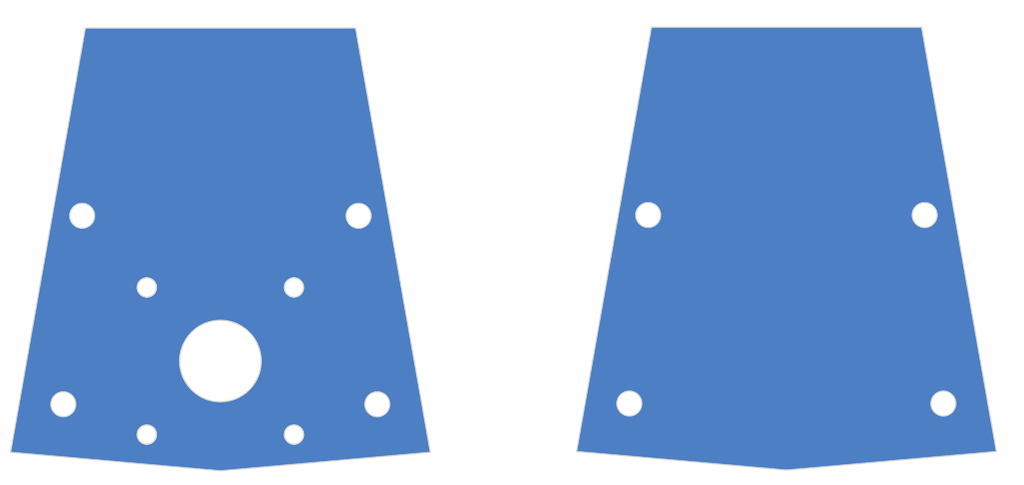
<source format=kicad_pcb>
(kicad_pcb (version 20240108) (generator "pcbnew") (generator_version "8.0")
  (layers (0 "F.Cu" signal) (31 "B.Cu" signal) (34 "B.Paste" user) (35 "F.Paste" user) (36 "B.SilkS" user "B.Silkscreen") (37 "F.SilkS" user "F.Silkscreen") (38 "B.Mask" user) (39 "F.Mask" user) (44 "Edge.Cuts" user))
  (net 0 "")
  (footprint "isw-kbd:M2_ScrewHole_EdgeCuts" (layer "F.Cu") (at 108.197611 47.806549)
    (property "Reference" "Ref**" (hide yes))
    (property "Value" "Val**" (hide yes))
    (fp_circle (center 0 0) (end 1.1 0) (stroke (width 0.1)) (fill none) (layer "Edge.Cuts"))
  )
  (footprint "isw-kbd:M2_ScrewHole_EdgeCuts" (layer "F.Cu") (at 84.262123 64.526748)
    (property "Reference" "Ref**" (hide yes))
    (property "Value" "M2_ScrewHole_EdgeCuts" (hide yes))
    (fp_circle (center 0 0) (end 1.1 0) (stroke (width 0.1)) (fill none) (layer "Edge.Cuts"))
  )
  (footprint "isw-kbd:M2_ScrewHole_EdgeCuts" (layer "F.Cu") (at 106.532484 64.461199)
    (property "Reference" "Ref**" (hide yes))
    (property "Value" "Val**" (hide yes))
    (fp_circle (center 0 0) (end 1.1 0) (stroke (width 0.1)) (fill none) (layer "Edge.Cuts"))
  )
  (footprint "isw-kbd:M2_ScrewHole_EdgeCuts" (layer "F.Cu") (at 132.621921 47.811707)
    (property "Reference" "Ref**" (hide yes))
    (property "Value" "Val**" (hide yes))
    (fp_circle (center 0 0) (end 1.1 0) (stroke (width 0.1)) (fill none) (layer "Edge.Cuts"))
  )
  (footprint "isw-kbd:M2_ScrewHole_EdgeCuts" (layer "F.Cu") (at 134.274943 64.461199)
    (property "Reference" "Ref**" (hide yes))
    (property "Value" "Val**" (hide yes))
    (fp_circle (center 0 0) (end 1.1 0) (stroke (width 0.1)) (fill none) (layer "Edge.Cuts"))
  )
  (footprint "isw-kbd:M2_ScrewHole_EdgeCuts" (layer "F.Cu") (at 82.609101 47.877256)
    (property "Reference" "Ref**" (hide yes))
    (property "Value" "M2_ScrewHole_EdgeCuts" (hide yes))
    (fp_circle (center 0 0) (end 1.1 0) (stroke (width 0.1)) (fill none) (layer "Edge.Cuts"))
  )
  (footprint "isw-kbd:M2_ScrewHole_EdgeCuts" (layer "F.Cu") (at 58.184791 47.872098)
    (property "Reference" "Ref**" (hide yes))
    (property "Value" "M2_ScrewHole_EdgeCuts" (hide yes))
    (fp_circle (center 0 0) (end 1.1 0) (stroke (width 0.1)) (fill none) (layer "Edge.Cuts"))
  )
  (footprint "isw-kbd:M2_ScrewHole_EdgeCuts" (layer "F.Cu") (at 56.519664 64.526748)
    (property "Reference" "Ref**" (hide yes))
    (property "Value" "M2_ScrewHole_EdgeCuts" (hide yes))
    (fp_circle (center 0 0) (end 1.1 0) (stroke (width 0.1)) (fill none) (layer "Edge.Cuts"))
  )
  (gr_line (start 73.956871 60.159324) (end 73.979779 60.339422) (stroke (width 0.100012)) (layer "Edge.Cuts"))
  (gr_line (start 67.620978 58.41779) (end 67.73416 58.287143) (stroke (width 0.100012)) (layer "Edge.Cuts"))
  (gr_line (start 77.579553 53.698799) (end 77.603252 53.732123) (stroke (width 0.100012)) (layer "Edge.Cuts"))
  (gr_line (start 77.645831 66.802169) (end 77.664605 66.838825) (stroke (width 0.100012)) (layer "Edge.Cuts"))
  (gr_line (start 76.132309 54.575495) (end 76.115273 54.53784) (stroke (width 0.100012)) (layer "Edge.Cuts"))
  (gr_line (start 76.390064 54.888242) (end 76.357942 54.862993) (stroke (width 0.100012)) (layer "Edge.Cuts"))
  (gr_line (start 64.731266 54.378291) (end 64.721765 54.419407) (stroke (width 0.100012)) (layer "Edge.Cuts"))
  (gr_line (start 64.645869 67.612279) (end 64.625386 67.647867) (stroke (width 0.100012)) (layer "Edge.Cuts"))
  (gr_line (start 64.151066 53.395466) (end 64.190558 53.40884) (stroke (width 0.100012)) (layer "Edge.Cuts"))
  (gr_line (start 76.269395 66.635758) (end 76.297554 66.606224) (stroke (width 0.100012)) (layer "Edge.Cuts"))
  (gr_line (start 76.727347 55.039961) (end 76.686231 55.030461) (stroke (width 0.100012)) (layer "Edge.Cuts"))
  (gr_line (start 64.527566 54.778561) (end 64.499407 54.808096) (stroke (width 0.100012)) (layer "Edge.Cuts"))
  (gr_line (start 76.217415 67.71567) (end 76.193701 67.682349) (stroke (width 0.100012)) (layer "Edge.Cuts"))
  (gr_line (start 72.943564 63.252272) (end 72.818519 63.371496) (stroke (width 0.100012)) (layer "Edge.Cuts"))
  (gr_line (start 64.625386 67.647867) (end 64.603261 67.682349) (stroke (width 0.100012)) (layer "Edge.Cuts"))
  (gr_line (start 66.911949 61.606554) (end 66.871727 61.432453) (stroke (width 0.100012)) (layer "Edge.Cuts"))
  (gr_line (start 64.62539 53.766606) (end 64.645872 53.802194) (stroke (width 0.100012)) (layer "Edge.Cuts"))
  (gr_line (start 63.297641 67.808134) (end 63.269489 67.778616) (stroke (width 0.100012)) (layer "Edge.Cuts"))
  (gr_line (start 63.269489 66.635758) (end 63.297641 66.606224) (stroke (width 0.100012)) (layer "Edge.Cuts"))
  (gr_line (start 64.603265 53.732123) (end 64.62539 53.766606) (stroke (width 0.100012)) (layer "Edge.Cuts"))
  (gr_line (start 77.579553 54.715582) (end 77.554319 54.747705) (stroke (width 0.100012)) (layer "Edge.Cuts"))
  (gr_line (start 63.075317 54.419412) (end 63.065816 54.378295) (stroke (width 0.100012)) (layer "Edge.Cuts"))
  (gr_line (start 77.681629 54.537833) (end 77.664605 54.575489) (stroke (width 0.100012)) (layer "Edge.Cuts"))
  (gr_line (start 77.579553 66.698733) (end 77.603252 66.732069) (stroke (width 0.100012)) (layer "Edge.Cuts"))
  (gr_line (start 63.567801 66.423937) (end 63.606383 66.408704) (stroke (width 0.100012)) (layer "Edge.Cuts"))
  (gr_line (start 64.696924 54.499232) (end 64.681691 54.537833) (stroke (width 0.100012)) (layer "Edge.Cuts"))
  (gr_line (start 68.683096 57.541973) (end 68.838316 57.462436) (stroke (width 0.100012)) (layer "Edge.Cuts"))
  (gr_line (start 77.748438 67.207267) (end 77.748438 67.207267) (stroke (width 0.100012)) (layer "Edge.Cuts"))
  (gr_line (start 77.744049 67.294131) (end 77.738642 67.336651) (stroke (width 0.100012)) (layer "Edge.Cuts"))
  (gr_line (start 76.242664 54.747711) (end 76.217415 54.715589) (stroke (width 0.100012)) (layer "Edge.Cuts"))
  (gr_line (start 71.958735 57.462436) (end 72.11394 57.541973) (stroke (width 0.100012)) (layer "Edge.Cuts"))
  (gr_line (start 64.303469 66.459758) (end 64.339071 66.480241) (stroke (width 0.100012)) (layer "Edge.Cuts"))
  (gr_line (start 70.213464 64.302391) (end 70.03072 64.28848) (stroke (width 0.100012)) (layer "Edge.Cuts"))
  (gr_line (start 67.620978 62.996593) (end 67.514071 62.860588) (stroke (width 0.100012)) (layer "Edge.Cuts"))
  (gr_line (start 77.681629 53.876471) (end 77.69685 53.915052) (stroke (width 0.100012)) (layer "Edge.Cuts"))
  (gr_line (start 77.406993 54.888238) (end 77.373672 54.911953) (stroke (width 0.100012)) (layer "Edge.Cuts"))
  (gr_line (start 73.715314 62.107993) (end 73.643188 62.267431) (stroke (width 0.100012)) (layer "Edge.Cuts"))
  (gr_line (start 77.69685 66.915082) (end 77.710216 66.954575) (stroke (width 0.100012)) (layer "Edge.Cuts"))
  (gr_line (start 77.027971 53.36702) (end 77.069813 53.374502) (stroke (width 0.100012)) (layer "Edge.Cuts"))
  (gr_line (start 77.645831 67.612279) (end 77.625363 67.647867) (stroke (width 0.100012)) (layer "Edge.Cuts"))
  (gr_line (start 51.85241 68.769016) (end 70.274443 70.398849) (stroke (width 0.100012)) (layer "Edge.Cuts"))
  (gr_line (start 76.171576 53.766606) (end 76.193701 53.732123) (stroke (width 0.100012)) (layer "Edge.Cuts"))
  (gr_line (start 64.7103 67.459923) (end 64.696924 67.499405) (stroke (width 0.100012)) (layer "Edge.Cuts"))
  (gr_line (start 108.469236 31.213784) (end 108.469236 31.213784) (stroke (width 0.100012)) (layer "Edge.Cuts"))
  (gr_line (start 64.738749 67.336651) (end 64.731266 67.378492) (stroke (width 0.100012)) (layer "Edge.Cuts"))
  (gr_line (start 71.958721 63.951893) (end 71.799283 64.024018) (stroke (width 0.100012)) (layer "Edge.Cuts"))
  (gr_line (start 76.606408 68.005522) (end 76.567808 67.990301) (stroke (width 0.100012)) (layer "Edge.Cuts"))
  (gr_line (start 77.406993 53.526197) (end 77.439101 53.551441) (stroke (width 0.100012)) (layer "Edge.Cuts"))
  (gr_line (start 67.017116 59.469934) (end 67.081607 59.306471) (stroke (width 0.100012)) (layer "Edge.Cuts"))
  (gr_line (start 77.439101 66.55133) (end 77.46994 66.578061) (stroke (width 0.100012)) (layer "Edge.Cuts"))
  (gr_line (start 76.327087 53.578165) (end 76.357942 53.551441) (stroke (width 0.100012)) (layer "Edge.Cuts"))
  (gr_line (start 67.514071 58.553806) (end 67.620978 58.41779) (stroke (width 0.100012)) (layer "Edge.Cuts"))
  (gr_line (start 64.229152 54.990385) (end 64.190552 55.005618) (stroke (width 0.100012)) (layer "Edge.Cuts"))
  (gr_line (start 64.469879 66.578061) (end 64.499413 66.606221) (stroke (width 0.100012)) (layer "Edge.Cuts"))
  (gr_line (start 76.6459 66.395328) (end 76.686231 66.383863) (stroke (width 0.100012)) (layer "Edge.Cuts"))
  (gr_line (start 63.132423 67.575637) (end 63.115388 67.537994) (stroke (width 0.100012)) (layer "Edge.Cuts"))
  (gr_line (start 69.161234 57.325817) (end 69.328477 57.269189) (stroke (width 0.100012)) (layer "Edge.Cuts"))
  (gr_line (start 70.398628 64.307079) (end 70.398628 64.307079) (stroke (width 0.100012)) (layer "Edge.Cuts"))
  (gr_line (start 77.303601 54.954561) (end 77.266958 54.973348) (stroke (width 0.100012)) (layer "Edge.Cuts"))
  (gr_line (start 64.027768 68.047313) (end 63.985245 68.05272) (stroke (width 0.100012)) (layer "Edge.Cuts"))
  (gr_line (start 77.748438 67.207267) (end 77.747332 67.250985) (stroke (width 0.100012)) (layer "Edge.Cuts"))
  (gr_line (start 77.579553 67.71567) (end 77.554319 67.747777) (stroke (width 0.100012)) (layer "Edge.Cuts"))
  (gr_line (start 77.625363 53.766606) (end 77.645831 53.802194) (stroke (width 0.100012)) (layer "Edge.Cuts"))
  (gr_line (start 63.358014 66.551332) (end 63.390126 66.526082) (stroke (width 0.100012)) (layer "Edge.Cuts"))
  (gr_line (start 77.738642 67.336651) (end 77.731165 67.378492) (stroke (width 0.100012)) (layer "Edge.Cuts"))
  (gr_line (start 77.439101 67.862993) (end 77.406993 67.888227) (stroke (width 0.100012)) (layer "Edge.Cuts"))
  (gr_line (start 77.603252 67.682349) (end 77.579553 67.71567) (stroke (width 0.100012)) (layer "Edge.Cuts"))
  (gr_line (start 76.985451 53.361609) (end 77.027971 53.36702) (stroke (width 0.100012)) (layer "Edge.Cuts"))
  (gr_line (start 82.350031 31.279333) (end 82.350031 31.279333) (stroke (width 0.100012)) (layer "Edge.Cuts"))
  (gr_line (start 63.058334 67.077873) (end 63.065816 67.036026) (stroke (width 0.100012)) (layer "Edge.Cuts"))
  (gr_line (start 73.175964 62.99659) (end 73.062788 63.127228) (stroke (width 0.100012)) (layer "Edge.Cuts"))
  (gr_line (start 101.86523 68.703467) (end 101.86523 68.703467) (stroke (width 0.100012)) (layer "Edge.Cuts"))
  (gr_line (start 71.297842 64.193673) (end 71.123743 64.233894) (stroke (width 0.100012)) (layer "Edge.Cuts"))
  (gr_line (start 76.151094 67.612279) (end 76.132309 67.575637) (stroke (width 0.100012)) (layer "Edge.Cuts"))
  (gr_line (start 76.530153 66.440973) (end 76.567808 66.423937) (stroke (width 0.100012)) (layer "Edge.Cuts"))
  (gr_line (start 63.065816 67.378492) (end 63.058334 67.336651) (stroke (width 0.100012)) (layer "Edge.Cuts"))
  (gr_line (start 76.898586 55.057249) (end 76.854867 55.056141) (stroke (width 0.100012)) (layer "Edge.Cuts"))
  (gr_line (start 76.193701 53.732123) (end 76.217415 53.698799) (stroke (width 0.100012)) (layer "Edge.Cuts"))
  (gr_line (start 72.551876 63.591572) (end 72.41073 63.691972) (stroke (width 0.100012)) (layer "Edge.Cuts"))
  (gr_line (start 70.946544 64.265572) (end 70.766475 64.28848) (stroke (width 0.100012)) (layer "Edge.Cuts"))
  (gr_line (start 76.898586 53.357215) (end 76.942305 53.358323) (stroke (width 0.100012)) (layer "Edge.Cuts"))
  (gr_line (start 120.287263 70.3333) (end 120.537732 70.3333) (stroke (width 0.100012)) (layer "Edge.Cuts"))
  (gr_line (start 63.151207 53.802194) (end 63.171687 53.766606) (stroke (width 0.100012)) (layer "Edge.Cuts"))
  (gr_line (start 76.10004 54.499238) (end 76.086665 54.459744) (stroke (width 0.100012)) (layer "Edge.Cuts"))
  (gr_line (start 70.946552 57.148751) (end 71.123752 57.180429) (stroke (width 0.100012)) (layer "Edge.Cuts"))
  (gr_line (start 71.799297 57.390309) (end 71.958735 57.462436) (stroke (width 0.100012)) (layer "Edge.Cuts"))
  (gr_line (start 66.798541 60.707332) (end 66.803229 60.522167) (stroke (width 0.100012)) (layer "Edge.Cuts"))
  (gr_line (start 77.33919 67.934036) (end 77.303601 67.954504) (stroke (width 0.100012)) (layer "Edge.Cuts"))
  (gr_line (start 63.727256 66.374362) (end 63.769077 66.366879) (stroke (width 0.100012)) (layer "Edge.Cuts"))
  (gr_line (start 71.123752 57.180429) (end 71.297853 57.220651) (stroke (width 0.100012)) (layer "Edge.Cuts"))
  (gr_line (start 64.266813 66.440972) (end 64.303469 66.459758) (stroke (width 0.100012)) (layer "Edge.Cuts"))
  (gr_line (start 64.74416 54.120243) (end 64.747446 54.163362) (stroke (width 0.100012)) (layer "Edge.Cuts"))
  (gr_line (start 66.81714 61.075182) (end 66.803229 60.892466) (stroke (width 0.100012)) (layer "Edge.Cuts"))
  (gr_line (start 76.567808 54.990387) (end 76.530153 54.973351) (stroke (width 0.100012)) (layer "Edge.Cuts"))
  (gr_line (start 67.73416 63.127231) (end 67.620978 62.996593) (stroke (width 0.100012)) (layer "Edge.Cuts"))
  (gr_line (start 82.420601 31.730888) (end 82.350031 31.279333) (stroke (width 0.100012)) (layer "Edge.Cuts"))
  (gr_line (start 63.049636 67.163548) (end 63.052922 67.120399) (stroke (width 0.100012)) (layer "Edge.Cuts"))
  (gr_line (start 73.476937 62.573381) (end 73.383265 62.71944) (stroke (width 0.100012)) (layer "Edge.Cuts"))
  (gr_line (start 77.645831 54.612145) (end 77.625363 54.647748) (stroke (width 0.100012)) (layer "Edge.Cuts"))
  (gr_line (start 77.603252 53.732123) (end 77.625363 53.766606) (stroke (width 0.100012)) (layer "Edge.Cuts"))
  (gr_line (start 76.058217 67.336651) (end 76.052806 67.294131) (stroke (width 0.100012)) (layer "Edge.Cuts"))
  (gr_line (start 63.686164 55.030461) (end 63.645855 55.018996) (stroke (width 0.100012)) (layer "Edge.Cuts"))
  (gr_line (start 76.217415 66.698736) (end 76.242664 66.666613) (stroke (width 0.100012)) (layer "Edge.Cuts"))
  (gr_line (start 76.686231 68.030344) (end 76.6459 68.018888) (stroke (width 0.100012)) (layer "Edge.Cuts"))
  (gr_line (start 76.357942 67.862993) (end 76.327087 67.836278) (stroke (width 0.100012)) (layer "Edge.Cuts"))
  (gr_line (start 76.357942 53.551441) (end 76.390064 53.526197) (stroke (width 0.100012)) (layer "Edge.Cuts"))
  (gr_line (start 64.747446 67.250985) (end 64.74416 67.294131) (stroke (width 0.100012)) (layer "Edge.Cuts"))
  (gr_line (start 63.297641 53.606317) (end 63.327168 53.578165) (stroke (width 0.100012)) (layer "Edge.Cuts"))
  (gr_line (start 63.115388 66.876484) (end 63.132423 66.838829) (stroke (width 0.100012)) (layer "Edge.Cuts"))
  (gr_line (start 63.327168 66.578064) (end 63.358014 66.551332) (stroke (width 0.100012)) (layer "Edge.Cuts"))
  (gr_line (start 64.747446 54.163362) (end 64.748553 54.20705) (stroke (width 0.100012)) (layer "Edge.Cuts"))
  (gr_line (start 76.052806 67.294131) (end 76.04952 67.250985) (stroke (width 0.100012)) (layer "Edge.Cuts"))
  (gr_line (start 76.854867 66.358181) (end 76.898586 66.357074) (stroke (width 0.100012)) (layer "Edge.Cuts"))
  (gr_line (start 63.048529 67.207267) (end 63.049636 67.163548) (stroke (width 0.100012)) (layer "Edge.Cuts"))
  (gr_line (start 64.603261 67.682349) (end 64.579547 67.71567) (stroke (width 0.100012)) (layer "Edge.Cuts"))
  (gr_line (start 76.086665 54.459744) (end 76.0752 54.419412) (stroke (width 0.100012)) (layer "Edge.Cuts"))
  (gr_line (start 63.985247 53.361609) (end 64.027772 53.36702) (stroke (width 0.100012)) (layer "Edge.Cuts"))
  (gr_line (start 73.88497 61.606551) (end 73.836432 61.777326) (stroke (width 0.100012)) (layer "Edge.Cuts"))
  (gr_line (start 72.264685 57.628692) (end 72.410744 57.722367) (stroke (width 0.100012)) (layer "Edge.Cuts"))
  (gr_line (start 63.058334 67.336651) (end 63.052922 67.294131) (stroke (width 0.100012)) (layer "Edge.Cuts"))
  (gr_line (start 71.468629 57.269189) (end 71.635852 57.325817) (stroke (width 0.100012)) (layer "Edge.Cuts"))
  (gr_line (start 76.769194 53.36702) (end 76.811719 53.361609) (stroke (width 0.100012)) (layer "Edge.Cuts"))
  (gr_line (start 68.532336 57.628692) (end 68.683096 57.541973) (stroke (width 0.100012)) (layer "Edge.Cuts"))
  (gr_line (start 67.413667 58.694963) (end 67.514071 58.553806) (stroke (width 0.100012)) (layer "Edge.Cuts"))
  (gr_line (start 77.710216 66.954575) (end 77.721672 66.994907) (stroke (width 0.100012)) (layer "Edge.Cuts"))
  (gr_line (start 70.398628 57.107244) (end 70.398628 57.107244) (stroke (width 0.100012)) (layer "Edge.Cuts"))
  (gr_line (start 72.818532 58.04286) (end 72.943576 58.16209) (stroke (width 0.100012)) (layer "Edge.Cuts"))
  (gr_line (start 67.413667 62.719443) (end 67.319991 62.573384) (stroke (width 0.100012)) (layer "Edge.Cuts"))
  (gr_line (start 77.554319 66.66661) (end 77.579553 66.698733) (stroke (width 0.100012)) (layer "Edge.Cuts"))
  (gr_line (start 63.985245 55.052855) (end 63.942097 55.056141) (stroke (width 0.100012)) (layer "Edge.Cuts"))
  (gr_line (start 76.10004 53.915052) (end 76.115273 53.876471) (stroke (width 0.100012)) (layer "Edge.Cuts"))
  (gr_line (start 76.327087 66.578064) (end 76.357942 66.551332) (stroke (width 0.100012)) (layer "Edge.Cuts"))
  (gr_line (start 63.390126 66.526082) (end 63.423451 66.502368) (stroke (width 0.100012)) (layer "Edge.Cuts"))
  (gr_line (start 64.603261 54.682245) (end 64.579547 54.715582) (stroke (width 0.100012)) (layer "Edge.Cuts"))
  (gr_line (start 76.4234 66.502368) (end 76.457896 66.480242) (stroke (width 0.100012)) (layer "Edge.Cuts"))
  (gr_line (start 64.681691 67.537994) (end 64.664655 67.575637) (stroke (width 0.100012)) (layer "Edge.Cuts"))
  (gr_line (start 76.048413 67.207267) (end 76.04952 67.163548) (stroke (width 0.100012)) (layer "Edge.Cuts"))
  (gr_line (start 67.853391 63.252275) (end 67.73416 63.127231) (stroke (width 0.100012)) (layer "Edge.Cuts"))
  (gr_line (start 120.537732 70.3333) (end 138.963321 68.703467) (stroke (width 0.100012)) (layer "Edge.Cuts"))
  (gr_line (start 63.493523 53.459888) (end 63.530163 53.441105) (stroke (width 0.100012)) (layer "Edge.Cuts"))
  (gr_line (start 63.727256 55.039961) (end 63.686164 55.030461) (stroke (width 0.100012)) (layer "Edge.Cuts"))
  (gr_line (start 64.554297 67.747777) (end 64.527566 67.778616) (stroke (width 0.100012)) (layer "Edge.Cuts"))
  (gr_line (start 63.390126 53.526197) (end 63.423451 53.502488) (stroke (width 0.100012)) (layer "Edge.Cuts"))
  (gr_line (start 69.673398 64.233894) (end 69.499274 64.193673) (stroke (width 0.100012)) (layer "Edge.Cuts"))
  (gr_line (start 72.113926 63.872359) (end 71.958721 63.951893) (stroke (width 0.100012)) (layer "Edge.Cuts"))
  (gr_line (start 77.266958 66.440972) (end 77.303601 66.459758) (stroke (width 0.100012)) (layer "Edge.Cuts"))
  (gr_line (start 64.721766 66.994907) (end 64.731267 67.036024) (stroke (width 0.100012)) (layer "Edge.Cuts"))
  (gr_line (start 67.081607 59.306471) (end 67.153735 59.147016) (stroke (width 0.100012)) (layer "Edge.Cuts"))
  (gr_line (start 76.4234 54.911957) (end 76.390064 54.888242) (stroke (width 0.100012)) (layer "Edge.Cuts"))
  (gr_line (start 77.151243 53.395466) (end 77.190726 53.40884) (stroke (width 0.100012)) (layer "Edge.Cuts"))
  (gr_line (start 63.686164 66.383863) (end 63.727256 66.374362) (stroke (width 0.100012)) (layer "Edge.Cuts"))
  (gr_line (start 72.11394 57.541973) (end 72.264685 57.628692) (stroke (width 0.100012)) (layer "Edge.Cuts"))
  (gr_line (start 76.04952 67.250985) (end 76.048413 67.207267) (stroke (width 0.100012)) (layer "Edge.Cuts"))
  (gr_line (start 73.779808 59.469934) (end 73.836435 59.637177) (stroke (width 0.100012)) (layer "Edge.Cuts"))
  (gr_line (start 63.269489 67.778616) (end 63.242763 67.747777) (stroke (width 0.100012)) (layer "Edge.Cuts"))
  (gr_line (start 76.985451 55.052855) (end 76.942305 55.056141) (stroke (width 0.100012)) (layer "Edge.Cuts"))
  (gr_line (start 76.086665 67.459923) (end 76.0752 67.419601) (stroke (width 0.100012)) (layer "Edge.Cuts"))
  (gr_line (start 64.625386 54.647748) (end 64.603261 54.682245) (stroke (width 0.100012)) (layer "Edge.Cuts"))
  (gr_line (start 76.769194 55.047444) (end 76.727347 55.039961) (stroke (width 0.100012)) (layer "Edge.Cuts"))
  (gr_line (start 63.567801 67.990301) (end 63.530163 67.973277) (stroke (width 0.100012)) (layer "Edge.Cuts"))
  (gr_line (start 76.457896 53.480367) (end 76.493498 53.459888) (stroke (width 0.100012)) (layer "Edge.Cuts"))
  (gr_line (start 63.075317 53.994833) (end 63.086782 53.954524) (stroke (width 0.100012)) (layer "Edge.Cuts"))
  (gr_line (start 67.319991 62.573384) (end 67.233272 62.422639) (stroke (width 0.100012)) (layer "Edge.Cuts"))
  (gr_line (start 108.469236 31.213784) (end 108.398681 31.665339) (stroke (width 0.100012)) (layer "Edge.Cuts"))
  (gr_line (start 63.049636 54.25077) (end 63.048529 54.20705) (stroke (width 0.100012)) (layer "Edge.Cuts"))
  (gr_line (start 77.664605 54.575489) (end 77.645831 54.612145) (stroke (width 0.100012)) (layer "Edge.Cuts"))
  (gr_line (start 58.385861 31.730888) (end 51.85241 68.769016) (stroke (width 0.100012)) (layer "Edge.Cuts"))
  (gr_line (start 76.242664 66.666613) (end 76.269395 66.635758) (stroke (width 0.100012)) (layer "Edge.Cuts"))
  (gr_line (start 77.744049 67.120397) (end 77.747332 67.163547) (stroke (width 0.100012)) (layer "Edge.Cuts"))
  (gr_line (start 69.161234 64.088509) (end 68.997771 64.02402) (stroke (width 0.100012)) (layer "Edge.Cuts"))
  (gr_line (start 66.798541 60.707332) (end 66.798541 60.707332) (stroke (width 0.100012)) (layer "Edge.Cuts"))
  (gr_line (start 77.748438 54.20705) (end 77.748438 54.20705) (stroke (width 0.100012)) (layer "Edge.Cuts"))
  (gr_line (start 64.499413 53.606317) (end 64.527572 53.635842) (stroke (width 0.100012)) (layer "Edge.Cuts"))
  (gr_line (start 63.193809 66.732073) (end 63.217519 66.698736) (stroke (width 0.100012)) (layer "Edge.Cuts"))
  (gr_line (start 76.727347 68.039837) (end 76.686231 68.030344) (stroke (width 0.100012)) (layer "Edge.Cuts"))
  (gr_line (start 76.769194 68.047313) (end 76.727347 68.039837) (stroke (width 0.100012)) (layer "Edge.Cuts"))
  (gr_line (start 71.297853 57.220651) (end 71.468629 57.269189) (stroke (width 0.100012)) (layer "Edge.Cuts"))
  (gr_line (start 76.530153 54.973351) (end 76.493498 54.954564) (stroke (width 0.100012)) (layer "Edge.Cuts"))
  (gr_line (start 77.747332 54.250769) (end 77.744049 54.293918) (stroke (width 0.100012)) (layer "Edge.Cuts"))
  (gr_line (start 64.027772 53.36702) (end 64.069619 53.374502) (stroke (width 0.100012)) (layer "Edge.Cuts"))
  (gr_line (start 76.942305 55.056141) (end 76.898586 55.057249) (stroke (width 0.100012)) (layer "Edge.Cuts"))
  (gr_line (start 120.537732 70.3333) (end 120.537732 70.3333) (stroke (width 0.100012)) (layer "Edge.Cuts"))
  (gr_line (start 77.499459 53.606317) (end 77.527603 53.635842) (stroke (width 0.100012)) (layer "Edge.Cuts"))
  (gr_line (start 70.766475 64.28848) (end 70.58376 64.302391) (stroke (width 0.100012)) (layer "Edge.Cuts"))
  (gr_line (start 67.233272 62.422639) (end 67.153735 62.267434) (stroke (width 0.100012)) (layer "Edge.Cuts"))
  (gr_line (start 77.721672 66.994907) (end 77.731165 67.036024) (stroke (width 0.100012)) (layer "Edge.Cuts"))
  (gr_line (start 71.468617 64.145135) (end 71.297842 64.193673) (stroke (width 0.100012)) (layer "Edge.Cuts"))
  (gr_line (start 64.439018 54.862988) (end 64.406895 54.888238) (stroke (width 0.100012)) (layer "Edge.Cuts"))
  (gr_line (start 64.190558 66.408703) (end 64.229159 66.423936) (stroke (width 0.100012)) (layer "Edge.Cuts"))
  (gr_line (start 73.925193 59.982099) (end 73.956871 60.159324) (stroke (width 0.100012)) (layer "Edge.Cuts"))
  (gr_line (start 63.89838 68.057109) (end 63.89838 68.057109) (stroke (width 0.100012)) (layer "Edge.Cuts"))
  (gr_line (start 73.998377 60.707332) (end 73.998377 60.707332) (stroke (width 0.100012)) (layer "Edge.Cuts"))
  (gr_line (start 63.686164 53.384002) (end 63.727256 53.374502) (stroke (width 0.100012)) (layer "Edge.Cuts"))
  (gr_line (start 76.132309 53.838833) (end 76.151094 53.802194) (stroke (width 0.100012)) (layer "Edge.Cuts"))
  (gr_line (start 76.115273 67.537994) (end 76.10004 67.499405) (stroke (width 0.100012)) (layer "Edge.Cuts"))
  (gr_line (start 70.524912 70.398849) (end 88.950501 68.769016) (stroke (width 0.100012)) (layer "Edge.Cuts"))
  (gr_line (start 77.710216 67.459923) (end 77.69685 67.499405) (stroke (width 0.100012)) (layer "Edge.Cuts"))
  (gr_line (start 88.950501 68.769016) (end 88.950501 68.769016) (stroke (width 0.100012)) (layer "Edge.Cuts"))
  (gr_line (start 76.769194 66.366879) (end 76.811719 66.361468) (stroke (width 0.100012)) (layer "Edge.Cuts"))
  (gr_line (start 64.151066 66.395327) (end 64.190558 66.408703) (stroke (width 0.100012)) (layer "Edge.Cuts"))
  (gr_line (start 76.065699 54.035925) (end 76.0752 53.994833) (stroke (width 0.100012)) (layer "Edge.Cuts"))
  (gr_line (start 77.110921 53.384002) (end 77.151243 53.395466) (stroke (width 0.100012)) (layer "Edge.Cuts"))
  (gr_line (start 64.738749 54.077746) (end 64.74416 54.120243) (stroke (width 0.100012)) (layer "Edge.Cuts"))
  (gr_line (start 63.423451 53.502488) (end 63.457934 53.480367) (stroke (width 0.100012)) (layer "Edge.Cuts"))
  (gr_line (start 73.383274 58.694963) (end 73.476945 58.841035) (stroke (width 0.100012)) (layer "Edge.Cuts"))
  (gr_line (start 63.423451 66.502368) (end 63.457934 66.480242) (stroke (width 0.100012)) (layer "Edge.Cuts"))
  (gr_line (start 63.151207 67.612279) (end 63.132423 67.575637) (stroke (width 0.100012)) (layer "Edge.Cuts"))
  (gr_line (start 63.075317 66.99491) (end 63.086782 66.954578) (stroke (width 0.100012)) (layer "Edge.Cuts"))
  (gr_line (start 63.89838 53.357215) (end 63.89838 53.357215) (stroke (width 0.100012)) (layer "Edge.Cuts"))
  (gr_line (start 63.327168 54.836261) (end 63.297641 54.808101) (stroke (width 0.100012)) (layer "Edge.Cuts"))
  (gr_line (start 68.109091 63.484674) (end 67.978443 63.371498) (stroke (width 0.100012)) (layer "Edge.Cuts"))
  (gr_line (start 108.398681 31.665339) (end 108.398681 31.665339) (stroke (width 0.100012)) (layer "Edge.Cuts"))
  (gr_line (start 77.527603 54.778561) (end 77.499459 54.808096) (stroke (width 0.100012)) (layer "Edge.Cuts"))
  (gr_line (start 67.017116 61.944552) (end 66.960487 61.777329) (stroke (width 0.100012)) (layer "Edge.Cuts"))
  (gr_line (start 63.89838 55.057249) (end 63.89838 55.057249) (stroke (width 0.100012)) (layer "Edge.Cuts"))
  (gr_line (start 77.721672 53.994833) (end 77.731165 54.035925) (stroke (width 0.100012)) (layer "Edge.Cuts"))
  (gr_line (start 77.33919 66.480241) (end 77.373672 66.502366) (stroke (width 0.100012)) (layer "Edge.Cuts"))
  (gr_line (start 76.567808 67.990301) (end 76.530153 67.973277) (stroke (width 0.100012)) (layer "Edge.Cuts"))
  (gr_line (start 63.645855 68.018888) (end 63.606383 68.005522) (stroke (width 0.100012)) (layer "Edge.Cuts"))
  (gr_line (start 77.229316 67.990301) (end 77.190726 68.005522) (stroke (width 0.100012)) (layer "Edge.Cuts"))
  (gr_line (start 51.85241 68.769016) (end 51.85241 68.769016) (stroke (width 0.100012)) (layer "Edge.Cuts"))
  (gr_line (start 70.274443 70.398849) (end 70.524912 70.398849) (stroke (width 0.100012)) (layer "Edge.Cuts"))
  (gr_line (start 64.339064 67.934036) (end 64.303461 67.954504) (stroke (width 0.100012)) (layer "Edge.Cuts"))
  (gr_line (start 77.747332 67.250985) (end 77.744049 67.294131) (stroke (width 0.100012)) (layer "Edge.Cuts"))
  (gr_line (start 70.76648 57.125843) (end 70.946552 57.148751) (stroke (width 0.100012)) (layer "Edge.Cuts"))
  (gr_line (start 77.151243 66.395327) (end 77.190726 66.408703) (stroke (width 0.100012)) (layer "Edge.Cuts"))
  (gr_line (start 66.803229 60.522167) (end 66.81714 60.339422) (stroke (width 0.100012)) (layer "Edge.Cuts"))
  (gr_line (start 63.052922 54.120243) (end 63.058334 54.077746) (stroke (width 0.100012)) (layer "Edge.Cuts"))
  (gr_line (start 63.358014 54.862993) (end 63.327168 54.836261) (stroke (width 0.100012)) (layer "Edge.Cuts"))
  (gr_line (start 64.499407 67.808134) (end 64.469873 67.836278) (stroke (width 0.100012)) (layer "Edge.Cuts"))
  (gr_line (start 63.058334 54.077746) (end 63.065816 54.035925) (stroke (width 0.100012)) (layer "Edge.Cuts"))
  (gr_line (start 77.554319 54.747705) (end 77.527603 54.778561) (stroke (width 0.100012)) (layer "Edge.Cuts"))
  (gr_line (start 76.065699 67.378492) (end 76.058217 67.336651) (stroke (width 0.100012)) (layer "Edge.Cuts"))
  (gr_line (start 76.898586 55.057249) (end 76.898586 55.057249) (stroke (width 0.100012)) (layer "Edge.Cuts"))
  (gr_line (start 64.527566 67.778616) (end 64.499407 67.808134) (stroke (width 0.100012)) (layer "Edge.Cuts"))
  (gr_line (start 64.579547 54.715582) (end 64.554297 54.747705) (stroke (width 0.100012)) (layer "Edge.Cuts"))
  (gr_line (start 63.727256 53.374502) (end 63.769077 53.36702) (stroke (width 0.100012)) (layer "Edge.Cuts"))
  (gr_line (start 77.603252 54.682245) (end 77.579553 54.715582) (stroke (width 0.100012)) (layer "Edge.Cuts"))
  (gr_line (start 77.151243 68.018888) (end 77.110921 68.030344) (stroke (width 0.100012)) (layer "Edge.Cuts"))
  (gr_line (start 77.303601 53.459888) (end 77.33919 53.480367) (stroke (width 0.100012)) (layer "Edge.Cuts"))
  (gr_line (start 63.100157 67.499405) (end 63.086782 67.459923) (stroke (width 0.100012)) (layer "Edge.Cuts"))
  (gr_line (start 77.229316 54.990385) (end 77.190726 55.005618) (stroke (width 0.100012)) (layer "Edge.Cuts"))
  (gr_line (start 58.456416 31.279333) (end 58.385861 31.730888) (stroke (width 0.100012)) (layer "Edge.Cuts"))
  (gr_line (start 63.89838 68.057109) (end 63.854693 68.056003) (stroke (width 0.100012)) (layer "Edge.Cuts"))
  (gr_line (start 77.373672 66.502366) (end 77.406993 66.52608) (stroke (width 0.100012)) (layer "Edge.Cuts"))
  (gr_line (start 64.069615 55.039961) (end 64.027768 55.047444) (stroke (width 0.100012)) (layer "Edge.Cuts"))
  (gr_line (start 64.469879 53.578165) (end 64.499413 53.606317) (stroke (width 0.100012)) (layer "Edge.Cuts"))
  (gr_line (start 72.687881 63.484671) (end 72.551876 63.591572) (stroke (width 0.100012)) (layer "Edge.Cuts"))
  (gr_line (start 77.69685 67.499405) (end 77.681629 67.537994) (stroke (width 0.100012)) (layer "Edge.Cuts"))
  (gr_line (start 77.731165 67.036024) (end 77.738642 67.077872) (stroke (width 0.100012)) (layer "Edge.Cuts"))
  (gr_line (start 63.942097 68.056003) (end 63.89838 68.057109) (stroke (width 0.100012)) (layer "Edge.Cuts"))
  (gr_line (start 63.297641 54.808101) (end 63.269489 54.778567) (stroke (width 0.100012)) (layer "Edge.Cuts"))
  (gr_line (start 138.963321 68.703467) (end 132.433421 31.665339) (stroke (width 0.100012)) (layer "Edge.Cuts"))
  (gr_line (start 76.04952 54.163362) (end 76.052806 54.120243) (stroke (width 0.100012)) (layer "Edge.Cuts"))
  (gr_line (start 77.499459 54.808096) (end 77.46994 54.836256) (stroke (width 0.100012)) (layer "Edge.Cuts"))
  (gr_line (start 77.46994 66.578061) (end 77.499459 66.606221) (stroke (width 0.100012)) (layer "Edge.Cuts"))
  (gr_line (start 66.871727 59.982099) (end 66.911949 59.807974) (stroke (width 0.100012)) (layer "Edge.Cuts"))
  (gr_line (start 77.406993 67.888227) (end 77.373672 67.911926) (stroke (width 0.100012)) (layer "Edge.Cuts"))
  (gr_line (start 63.269489 54.778567) (end 63.242763 54.747711) (stroke (width 0.100012)) (layer "Edge.Cuts"))
  (gr_line (start 77.406993 66.52608) (end 77.439101 66.55133) (stroke (width 0.100012)) (layer "Edge.Cuts"))
  (gr_line (start 64.303469 53.459888) (end 64.339071 53.480367) (stroke (width 0.100012)) (layer "Edge.Cuts"))
  (gr_line (start 76.6459 55.018996) (end 76.606408 55.00562) (stroke (width 0.100012)) (layer "Edge.Cuts"))
  (gr_line (start 73.998377 60.707332) (end 73.99369 60.892465) (stroke (width 0.100012)) (layer "Edge.Cuts"))
  (gr_line (start 69.328477 64.145136) (end 69.161234 64.088509) (stroke (width 0.100012)) (layer "Edge.Cuts"))
  (gr_line (start 63.645855 53.395466) (end 63.686164 53.384002) (stroke (width 0.100012)) (layer "Edge.Cuts"))
  (gr_line (start 67.853391 58.16209) (end 67.978443 58.04286) (stroke (width 0.100012)) (layer "Edge.Cuts"))
  (gr_line (start 63.769077 66.366879) (end 63.811574 66.361468) (stroke (width 0.100012)) (layer "Edge.Cuts"))
  (gr_line (start 76.065699 67.036026) (end 76.0752 66.99491) (stroke (width 0.100012)) (layer "Edge.Cuts"))
  (gr_line (start 72.687894 57.929678) (end 72.818532 58.04286) (stroke (width 0.100012)) (layer "Edge.Cuts"))
  (gr_line (start 73.779804 61.944549) (end 73.715314 62.107993) (stroke (width 0.100012)) (layer "Edge.Cuts"))
  (gr_line (start 63.217519 53.698799) (end 63.242763 53.666688) (stroke (width 0.100012)) (layer "Edge.Cuts"))
  (gr_line (start 77.603252 66.732069) (end 77.625363 66.766566) (stroke (width 0.100012)) (layer "Edge.Cuts"))
  (gr_line (start 76.269395 53.635842) (end 76.297554 53.606317) (stroke (width 0.100012)) (layer "Edge.Cuts"))
  (gr_line (start 77.33919 53.480367) (end 77.373672 53.502488) (stroke (width 0.100012)) (layer "Edge.Cuts"))
  (gr_line (start 76.530153 53.441105) (end 76.567808 53.424071) (stroke (width 0.100012)) (layer "Edge.Cuts"))
  (gr_line (start 77.069813 55.039961) (end 77.027971 55.047444) (stroke (width 0.100012)) (layer "Edge.Cuts"))
  (gr_line (start 63.89838 66.357074) (end 63.89838 66.357074) (stroke (width 0.100012)) (layer "Edge.Cuts"))
  (gr_line (start 76.686231 53.384002) (end 76.727347 53.374502) (stroke (width 0.100012)) (layer "Edge.Cuts"))
  (gr_line (start 76.269395 67.778616) (end 76.242664 67.747777) (stroke (width 0.100012)) (layer "Edge.Cuts"))
  (gr_line (start 76.052806 54.293921) (end 76.04952 54.25077) (stroke (width 0.100012)) (layer "Edge.Cuts"))
  (gr_line (start 69.850622 57.148751) (end 70.03072 57.125843) (stroke (width 0.100012)) (layer "Edge.Cuts"))
  (gr_line (start 64.579552 53.698799) (end 64.603265 53.732123) (stroke (width 0.100012)) (layer "Edge.Cuts"))
  (gr_line (start 77.527603 53.635842) (end 77.554319 53.666688) (stroke (width 0.100012)) (layer "Edge.Cuts"))
  (gr_line (start 64.110735 66.383862) (end 64.151066 66.395327) (stroke (width 0.100012)) (layer "Edge.Cuts"))
  (gr_line (start 76.942305 68.056003) (end 76.898586 68.057109) (stroke (width 0.100012)) (layer "Edge.Cuts"))
  (gr_line (start 63.242763 53.666688) (end 63.269489 53.635842) (stroke (width 0.100012)) (layer "Edge.Cuts"))
  (gr_line (start 63.89838 66.357074) (end 63.89838 66.357074) (stroke (width 0.100012)) (layer "Edge.Cuts"))
  (gr_line (start 77.499459 66.606221) (end 77.527603 66.635755) (stroke (width 0.100012)) (layer "Edge.Cuts"))
  (gr_line (start 64.499407 54.808096) (end 64.469873 54.836256) (stroke (width 0.100012)) (layer "Edge.Cuts"))
  (gr_line (start 77.266958 67.973277) (end 77.229316 67.990301) (stroke (width 0.100012)) (layer "Edge.Cuts"))
  (gr_line (start 76.0752 54.419412) (end 76.065699 54.378295) (stroke (width 0.100012)) (layer "Edge.Cuts"))
  (gr_line (start 132.362851 31.213784) (end 132.362851 31.213784) (stroke (width 0.100012)) (layer "Edge.Cuts"))
  (gr_line (start 63.086782 67.459923) (end 63.075317 67.419601) (stroke (width 0.100012)) (layer "Edge.Cuts"))
  (gr_line (start 64.027768 55.047444) (end 63.985245 55.052855) (stroke (width 0.100012)) (layer "Edge.Cuts"))
  (gr_line (start 76.854867 53.358323) (end 76.898586 53.357215) (stroke (width 0.100012)) (layer "Edge.Cuts"))
  (gr_line (start 76.357942 54.862993) (end 76.327087 54.836261) (stroke (width 0.100012)) (layer "Edge.Cuts"))
  (gr_line (start 71.635839 64.088508) (end 71.468617 64.145135) (stroke (width 0.100012)) (layer "Edge.Cuts"))
  (gr_line (start 76.985451 66.361467) (end 77.027971 66.366879) (stroke (width 0.100012)) (layer "Edge.Cuts"))
  (gr_line (start 77.731165 54.035925) (end 77.738642 54.077746) (stroke (width 0.100012)) (layer "Edge.Cuts"))
  (gr_line (start 66.960487 59.637177) (end 67.017116 59.469934) (stroke (width 0.100012)) (layer "Edge.Cuts"))
  (gr_line (start 76.4234 67.911926) (end 76.390064 67.888227) (stroke (width 0.100012)) (layer "Edge.Cuts"))
  (gr_line (start 77.681629 66.876481) (end 77.69685 66.915082) (stroke (width 0.100012)) (layer "Edge.Cuts"))
  (gr_line (start 67.319991 58.841035) (end 67.413667 58.694963) (stroke (width 0.100012)) (layer "Edge.Cuts"))
  (gr_line (start 64.664655 67.575637) (end 64.645869 67.612279) (stroke (width 0.100012)) (layer "Edge.Cuts"))
  (gr_line (start 63.327168 53.578165) (end 63.358014 53.551441) (stroke (width 0.100012)) (layer "Edge.Cuts"))
  (gr_line (start 77.710216 53.954524) (end 77.721672 53.994833) (stroke (width 0.100012)) (layer "Edge.Cuts"))
  (gr_line (start 63.493523 67.954504) (end 63.457934 67.934036) (stroke (width 0.100012)) (layer "Edge.Cuts"))
  (gr_line (start 63.058334 54.336447) (end 63.052922 54.293921) (stroke (width 0.100012)) (layer "Edge.Cuts"))
  (gr_line (start 67.233272 58.991795) (end 67.319991 58.841035) (stroke (width 0.100012)) (layer "Edge.Cuts"))
  (gr_line (start 76.10004 67.499405) (end 76.086665 67.459923) (stroke (width 0.100012)) (layer "Edge.Cuts"))
  (gr_line (start 63.942099 66.358181) (end 63.985247 66.361467) (stroke (width 0.100012)) (layer "Edge.Cuts"))
  (gr_line (start 64.748553 54.20705) (end 64.747446 54.250769) (stroke (width 0.100012)) (layer "Edge.Cuts"))
  (gr_line (start 69.673398 57.180429) (end 69.850622 57.148751) (stroke (width 0.100012)) (layer "Edge.Cuts"))
  (gr_line (start 76.727347 66.374362) (end 76.769194 66.366879) (stroke (width 0.100012)) (layer "Edge.Cuts"))
  (gr_line (start 64.499413 66.606221) (end 64.527572 66.635755) (stroke (width 0.100012)) (layer "Edge.Cuts"))
  (gr_line (start 58.385861 31.730888) (end 58.385861 31.730888) (stroke (width 0.100012)) (layer "Edge.Cuts"))
  (gr_line (start 64.645869 54.612145) (end 64.625386 54.647748) (stroke (width 0.100012)) (layer "Edge.Cuts"))
  (gr_line (start 77.554319 67.747777) (end 77.527603 67.778616) (stroke (width 0.100012)) (layer "Edge.Cuts"))
  (gr_line (start 76.193701 67.682349) (end 76.171576 67.647867) (stroke (width 0.100012)) (layer "Edge.Cuts"))
  (gr_line (start 63.132423 54.575495) (end 63.115388 54.53784) (stroke (width 0.100012)) (layer "Edge.Cuts"))
  (gr_line (start 63.530163 67.973277) (end 63.493523 67.954504) (stroke (width 0.100012)) (layer "Edge.Cuts"))
  (gr_line (start 66.960487 61.777329) (end 66.911949 61.606554) (stroke (width 0.100012)) (layer "Edge.Cuts"))
  (gr_line (start 63.390126 54.888242) (end 63.358014 54.862993) (stroke (width 0.100012)) (layer "Edge.Cuts"))
  (gr_line (start 64.406902 66.52608) (end 64.439024 66.55133) (stroke (width 0.100012)) (layer "Edge.Cuts"))
  (gr_line (start 69.499274 64.193673) (end 69.328477 64.145136) (stroke (width 0.100012)) (layer "Edge.Cuts"))
  (gr_line (start 63.358014 67.862993) (end 63.327168 67.836278) (stroke (width 0.100012)) (layer "Edge.Cuts"))
  (gr_line (start 77.664605 53.838833) (end 77.681629 53.876471) (stroke (width 0.100012)) (layer "Edge.Cuts"))
  (gr_line (start 72.410744 57.722367) (end 72.55189 57.822771) (stroke (width 0.100012)) (layer "Edge.Cuts"))
  (gr_line (start 76.048413 54.20705) (end 76.04952 54.163362) (stroke (width 0.100012)) (layer "Edge.Cuts"))
  (gr_line (start 69.328477 57.269189) (end 69.499274 57.220651) (stroke (width 0.100012)) (layer "Edge.Cuts"))
  (gr_line (start 63.132423 66.838829) (end 63.151207 66.802173) (stroke (width 0.100012)) (layer "Edge.Cuts"))
  (gr_line (start 64.11073 68.030344) (end 64.069615 68.039837) (stroke (width 0.100012)) (layer "Edge.Cuts"))
  (gr_line (start 68.838316 57.462436) (end 68.997771 57.390309) (stroke (width 0.100012)) (layer "Edge.Cuts"))
  (gr_line (start 77.190726 53.40884) (end 77.229316 53.424071) (stroke (width 0.100012)) (layer "Edge.Cuts"))
  (gr_line (start 64.74416 67.294131) (end 64.738749 67.336651) (stroke (width 0.100012)) (layer "Edge.Cuts"))
  (gr_line (start 64.664658 66.838825) (end 64.681694 66.876481) (stroke (width 0.100012)) (layer "Edge.Cuts"))
  (gr_line (start 73.99369 60.522167) (end 73.998377 60.707332) (stroke (width 0.100012)) (layer "Edge.Cuts"))
  (gr_line (start 63.065816 54.035925) (end 63.075317 53.994833) (stroke (width 0.100012)) (layer "Edge.Cuts"))
  (gr_line (start 70.524912 70.398849) (end 70.524912 70.398849) (stroke (width 0.100012)) (layer "Edge.Cuts"))
  (gr_line (start 73.56366 58.991795) (end 73.643194 59.147016) (stroke (width 0.100012)) (layer "Edge.Cuts"))
  (gr_line (start 68.532336 63.785645) (end 68.386264 63.691974) (stroke (width 0.100012)) (layer "Edge.Cuts"))
  (gr_line (start 63.530163 54.973351) (end 63.493523 54.954564) (stroke (width 0.100012)) (layer "Edge.Cuts"))
  (gr_line (start 63.89838 53.357215) (end 63.942099 53.358323) (stroke (width 0.100012)) (layer "Edge.Cuts"))
  (gr_line (start 66.871727 61.432453) (end 66.840048 61.255253) (stroke (width 0.100012)) (layer "Edge.Cuts"))
  (gr_line (start 88.950501 68.769016) (end 82.420601 31.730888) (stroke (width 0.100012)) (layer "Edge.Cuts"))
  (gr_line (start 64.37356 54.911953) (end 64.339064 54.934078) (stroke (width 0.100012)) (layer "Edge.Cuts"))
  (gr_line (start 64.527572 66.635755) (end 64.554303 66.66661) (stroke (width 0.100012)) (layer "Edge.Cuts"))
  (gr_line (start 63.100157 54.499238) (end 63.086782 54.459744) (stroke (width 0.100012)) (layer "Edge.Cuts"))
  (gr_line (start 63.606383 53.40884) (end 63.645855 53.395466) (stroke (width 0.100012)) (layer "Edge.Cuts"))
  (gr_line (start 64.710301 53.954524) (end 64.721766 53.994833) (stroke (width 0.100012)) (layer "Edge.Cuts"))
  (gr_line (start 73.979778 61.075181) (end 73.95687 61.255252) (stroke (width 0.100012)) (layer "Edge.Cuts"))
  (gr_line (start 73.282875 58.553806) (end 73.383274 58.694963) (stroke (width 0.100012)) (layer "Edge.Cuts"))
  (gr_line (start 64.190558 53.40884) (end 64.229159 53.424071) (stroke (width 0.100012)) (layer "Edge.Cuts"))
  (gr_line (start 64.373567 66.502366) (end 64.406902 66.52608) (stroke (width 0.100012)) (layer "Edge.Cuts"))
  (gr_line (start 63.242763 66.666613) (end 63.269489 66.635758) (stroke (width 0.100012)) (layer "Edge.Cuts"))
  (gr_line (start 63.052922 67.294131) (end 63.049636 67.250985) (stroke (width 0.100012)) (layer "Edge.Cuts"))
  (gr_line (start 76.171576 66.766569) (end 76.193701 66.732073) (stroke (width 0.100012)) (layer "Edge.Cuts"))
  (gr_line (start 64.748553 67.207267) (end 64.747446 67.250985) (stroke (width 0.100012)) (layer "Edge.Cuts"))
  (gr_line (start 76.854867 68.056003) (end 76.811719 68.05272) (stroke (width 0.100012)) (layer "Edge.Cuts"))
  (gr_line (start 73.884972 59.807974) (end 73.925193 59.982099) (stroke (width 0.100012)) (layer "Edge.Cuts"))
  (gr_line (start 76.058217 54.336447) (end 76.052806 54.293921) (stroke (width 0.100012)) (layer "Edge.Cuts"))
  (gr_line (start 76.115273 53.876471) (end 76.132309 53.838833) (stroke (width 0.100012)) (layer "Edge.Cuts"))
  (gr_line (start 64.645872 66.802169) (end 64.664658 66.838825) (stroke (width 0.100012)) (layer "Edge.Cuts"))
  (gr_line (start 64.731266 67.378492) (end 64.721765 67.419601) (stroke (width 0.100012)) (layer "Edge.Cuts"))
  (gr_line (start 64.681691 54.537833) (end 64.664655 54.575489) (stroke (width 0.100012)) (layer "Edge.Cuts"))
  (gr_line (start 64.339071 66.480241) (end 64.373567 66.502366) (stroke (width 0.100012)) (layer "Edge.Cuts"))
  (gr_line (start 76.811719 66.361468) (end 76.854867 66.358181) (stroke (width 0.100012)) (layer "Edge.Cuts"))
  (gr_line (start 77.069813 68.039837) (end 77.027971 68.047313) (stroke (width 0.100012)) (layer "Edge.Cuts"))
  (gr_line (start 64.339064 54.934078) (end 64.303461 54.954561) (stroke (width 0.100012)) (layer "Edge.Cuts"))
  (gr_line (start 63.269489 53.635842) (end 63.297641 53.606317) (stroke (width 0.100012)) (layer "Edge.Cuts"))
  (gr_line (start 64.747446 54.250769) (end 64.74416 54.293918) (stroke (width 0.100012)) (layer "Edge.Cuts"))
  (gr_line (start 73.925191 61.432451) (end 73.88497 61.606551) (stroke (width 0.100012)) (layer "Edge.Cuts"))
  (gr_line (start 76.985451 68.05272) (end 76.942305 68.056003) (stroke (width 0.100012)) (layer "Edge.Cuts"))
  (gr_line (start 76.327087 67.836278) (end 76.297554 67.808134) (stroke (width 0.100012)) (layer "Edge.Cuts"))
  (gr_line (start 63.606383 55.00562) (end 63.567801 54.990387) (stroke (width 0.100012)) (layer "Edge.Cuts"))
  (gr_line (start 64.554303 66.66661) (end 64.579552 66.698733) (stroke (width 0.100012)) (layer "Edge.Cuts"))
  (gr_line (start 77.303601 66.459758) (end 77.33919 66.480241) (stroke (width 0.100012)) (layer "Edge.Cuts"))
  (gr_line (start 76.151094 53.802194) (end 76.171576 53.766606) (stroke (width 0.100012)) (layer "Edge.Cuts"))
  (gr_line (start 76.171576 54.647755) (end 76.151094 54.612152) (stroke (width 0.100012)) (layer "Edge.Cuts"))
  (gr_line (start 64.721765 54.419407) (end 64.7103 54.459739) (stroke (width 0.100012)) (layer "Edge.Cuts"))
  (gr_line (start 67.153735 59.147016) (end 67.233272 58.991795) (stroke (width 0.100012)) (layer "Edge.Cuts"))
  (gr_line (start 76.0752 67.419601) (end 76.065699 67.378492) (stroke (width 0.100012)) (layer "Edge.Cuts"))
  (gr_line (start 64.373567 53.502488) (end 64.406902 53.526197) (stroke (width 0.100012)) (layer "Edge.Cuts"))
  (gr_line (start 76.086665 66.954578) (end 76.10004 66.915085) (stroke (width 0.100012)) (layer "Edge.Cuts"))
  (gr_line (start 64.229152 67.990301) (end 64.190552 68.005522) (stroke (width 0.100012)) (layer "Edge.Cuts"))
  (gr_line (start 77.266958 53.441105) (end 77.303601 53.459888) (stroke (width 0.100012)) (layer "Edge.Cuts"))
  (gr_line (start 76.493498 66.45976) (end 76.530153 66.440973) (stroke (width 0.100012)) (layer "Edge.Cuts"))
  (gr_line (start 77.747332 67.163547) (end 77.748438 67.207267) (stroke (width 0.100012)) (layer "Edge.Cuts"))
  (gr_line (start 63.854693 55.056141) (end 63.811574 55.052855) (stroke (width 0.100012)) (layer "Edge.Cuts"))
  (gr_line (start 73.175974 58.41779) (end 73.282875 58.553806) (stroke (width 0.100012)) (layer "Edge.Cuts"))
  (gr_line (start 64.406895 67.888227) (end 64.37356 67.911926) (stroke (width 0.100012)) (layer "Edge.Cuts"))
  (gr_line (start 63.530163 66.440973) (end 63.567801 66.423937) (stroke (width 0.100012)) (layer "Edge.Cuts"))
  (gr_line (start 76.132309 66.838829) (end 76.151094 66.802173) (stroke (width 0.100012)) (layer "Edge.Cuts"))
  (gr_line (start 64.027772 66.366879) (end 64.069619 66.374361) (stroke (width 0.100012)) (layer "Edge.Cuts"))
  (gr_line (start 76.132309 67.575637) (end 76.115273 67.537994) (stroke (width 0.100012)) (layer "Edge.Cuts"))
  (gr_line (start 76.390064 67.888227) (end 76.357942 67.862993) (stroke (width 0.100012)) (layer "Edge.Cuts"))
  (gr_line (start 77.151243 55.018994) (end 77.110921 55.03046) (stroke (width 0.100012)) (layer "Edge.Cuts"))
  (gr_line (start 76.217415 54.715589) (end 76.193701 54.682252) (stroke (width 0.100012)) (layer "Edge.Cuts"))
  (gr_line (start 73.062799 58.287143) (end 73.175974 58.41779) (stroke (width 0.100012)) (layer "Edge.Cuts"))
  (gr_line (start 63.171687 54.647755) (end 63.151207 54.612152) (stroke (width 0.100012)) (layer "Edge.Cuts"))
  (gr_line (start 77.738642 54.077746) (end 77.744049 54.120243) (stroke (width 0.100012)) (layer "Edge.Cuts"))
  (gr_line (start 76.898586 53.357215) (end 76.898586 53.357215) (stroke (width 0.100012)) (layer "Edge.Cuts"))
  (gr_line (start 67.73416 58.287143) (end 67.853391 58.16209) (stroke (width 0.100012)) (layer "Edge.Cuts"))
  (gr_line (start 63.769077 55.047444) (end 63.727256 55.039961) (stroke (width 0.100012)) (layer "Edge.Cuts"))
  (gr_line (start 77.554319 53.666688) (end 77.579553 53.698799) (stroke (width 0.100012)) (layer "Edge.Cuts"))
  (gr_line (start 63.390126 67.888227) (end 63.358014 67.862993) (stroke (width 0.100012)) (layer "Edge.Cuts"))
  (gr_line (start 64.15106 68.018888) (end 64.11073 68.030344) (stroke (width 0.100012)) (layer "Edge.Cuts"))
  (gr_line (start 64.579547 67.71567) (end 64.554297 67.747777) (stroke (width 0.100012)) (layer "Edge.Cuts"))
  (gr_line (start 73.383265 62.71944) (end 73.282865 62.860585) (stroke (width 0.100012)) (layer "Edge.Cuts"))
  (gr_line (start 63.217519 66.698736) (end 63.242763 66.666613) (stroke (width 0.100012)) (layer "Edge.Cuts"))
  (gr_line (start 68.997771 57.390309) (end 69.161234 57.325817) (stroke (width 0.100012)) (layer "Edge.Cuts"))
  (gr_line (start 67.081607 62.107996) (end 67.017116 61.944552) (stroke (width 0.100012)) (layer "Edge.Cuts"))
  (gr_line (start 63.217519 67.71567) (end 63.193809 67.682349) (stroke (width 0.100012)) (layer "Edge.Cuts"))
  (gr_line (start 72.943576 58.16209) (end 73.062799 58.287143) (stroke (width 0.100012)) (layer "Edge.Cuts"))
  (gr_line (start 64.7103 54.459739) (end 64.696924 54.499232) (stroke (width 0.100012)) (layer "Edge.Cuts"))
  (gr_line (start 70.213464 57.111931) (end 70.398628 57.107244) (stroke (width 0.100012)) (layer "Edge.Cuts"))
  (gr_line (start 67.514071 62.860588) (end 67.413667 62.719443) (stroke (width 0.100012)) (layer "Edge.Cuts"))
  (gr_line (start 64.645872 53.802194) (end 64.664658 53.838833) (stroke (width 0.100012)) (layer "Edge.Cuts"))
  (gr_line (start 77.527603 66.635755) (end 77.554319 66.66661) (stroke (width 0.100012)) (layer "Edge.Cuts"))
  (gr_line (start 76.297554 66.606224) (end 76.327087 66.578064) (stroke (width 0.100012)) (layer "Edge.Cuts"))
  (gr_line (start 63.606383 66.408704) (end 63.645855 66.395328) (stroke (width 0.100012)) (layer "Edge.Cuts"))
  (gr_line (start 70.583763 57.111931) (end 70.76648 57.125843) (stroke (width 0.100012)) (layer "Edge.Cuts"))
  (gr_line (start 77.747332 54.163362) (end 77.748438 54.20705) (stroke (width 0.100012)) (layer "Edge.Cuts"))
  (gr_line (start 63.942097 55.056141) (end 63.89838 55.057249) (stroke (width 0.100012)) (layer "Edge.Cuts"))
  (gr_line (start 73.563654 62.422636) (end 73.476937 62.573381) (stroke (width 0.100012)) (layer "Edge.Cuts"))
  (gr_line (start 63.242763 67.747777) (end 63.217519 67.71567) (stroke (width 0.100012)) (layer "Edge.Cuts"))
  (gr_line (start 77.373672 67.911926) (end 77.33919 67.934036) (stroke (width 0.100012)) (layer "Edge.Cuts"))
  (gr_line (start 64.554297 54.747705) (end 64.527566 54.778561) (stroke (width 0.100012)) (layer "Edge.Cuts"))
  (gr_line (start 77.625363 66.766566) (end 77.645831 66.802169) (stroke (width 0.100012)) (layer "Edge.Cuts"))
  (gr_line (start 63.811574 66.361468) (end 63.854693 66.358181) (stroke (width 0.100012)) (layer "Edge.Cuts"))
  (gr_line (start 77.731165 54.378291) (end 77.721672 54.419407) (stroke (width 0.100012)) (layer "Edge.Cuts"))
  (gr_line (start 63.242763 54.747711) (end 63.217519 54.715589) (stroke (width 0.100012)) (layer "Edge.Cuts"))
  (gr_line (start 73.99369 60.892465) (end 73.979778 61.075181) (stroke (width 0.100012)) (layer "Edge.Cuts"))
  (gr_line (start 64.190552 55.005618) (end 64.15106 55.018994) (stroke (width 0.100012)) (layer "Edge.Cuts"))
  (gr_line (start 64.190552 68.005522) (end 64.15106 68.018888) (stroke (width 0.100012)) (layer "Edge.Cuts"))
  (gr_line (start 63.567801 54.990387) (end 63.530163 54.973351) (stroke (width 0.100012)) (layer "Edge.Cuts"))
  (gr_line (start 77.69685 53.915052) (end 77.710216 53.954524) (stroke (width 0.100012)) (layer "Edge.Cuts"))
  (gr_line (start 64.229159 53.424071) (end 64.266813 53.441105) (stroke (width 0.100012)) (layer "Edge.Cuts"))
  (gr_line (start 63.151207 54.612152) (end 63.132423 54.575495) (stroke (width 0.100012)) (layer "Edge.Cuts"))
  (gr_line (start 76.898586 53.357215) (end 76.898586 53.357215) (stroke (width 0.100012)) (layer "Edge.Cuts"))
  (gr_line (start 76.357942 66.551332) (end 76.390064 66.526082) (stroke (width 0.100012)) (layer "Edge.Cuts"))
  (gr_line (start 63.769077 53.36702) (end 63.811574 53.361609) (stroke (width 0.100012)) (layer "Edge.Cuts"))
  (gr_line (start 76.727347 53.374502) (end 76.769194 53.36702) (stroke (width 0.100012)) (layer "Edge.Cuts"))
  (gr_line (start 76.854867 55.056141) (end 76.811719 55.052855) (stroke (width 0.100012)) (layer "Edge.Cuts"))
  (gr_line (start 63.052922 67.120399) (end 63.058334 67.077873) (stroke (width 0.100012)) (layer "Edge.Cuts"))
  (gr_line (start 76.0752 66.99491) (end 76.086665 66.954578) (stroke (width 0.100012)) (layer "Edge.Cuts"))
  (gr_line (start 77.439101 54.862988) (end 77.406993 54.888238) (stroke (width 0.100012)) (layer "Edge.Cuts"))
  (gr_line (start 76.04952 67.163548) (end 76.052806 67.120399) (stroke (width 0.100012)) (layer "Edge.Cuts"))
  (gr_line (start 64.069619 53.374502) (end 64.110735 53.384002) (stroke (width 0.100012)) (layer "Edge.Cuts"))
  (gr_line (start 66.81714 60.339422) (end 66.840048 60.159324) (stroke (width 0.100012)) (layer "Edge.Cuts"))
  (gr_line (start 76.086665 53.954524) (end 76.10004 53.915052) (stroke (width 0.100012)) (layer "Edge.Cuts"))
  (gr_line (start 72.818519 63.371496) (end 72.687881 63.484671) (stroke (width 0.100012)) (layer "Edge.Cuts"))
  (gr_line (start 73.979779 60.339422) (end 73.99369 60.522167) (stroke (width 0.100012)) (layer "Edge.Cuts"))
  (gr_line (start 77.266958 54.973348) (end 77.229316 54.990385) (stroke (width 0.100012)) (layer "Edge.Cuts"))
  (gr_line (start 64.74416 54.293918) (end 64.738749 54.336443) (stroke (width 0.100012)) (layer "Edge.Cuts"))
  (gr_line (start 76.327087 54.836261) (end 76.297554 54.808101) (stroke (width 0.100012)) (layer "Edge.Cuts"))
  (gr_line (start 77.229316 53.424071) (end 77.266958 53.441105) (stroke (width 0.100012)) (layer "Edge.Cuts"))
  (gr_line (start 63.89838 53.357215) (end 63.89838 53.357215) (stroke (width 0.100012)) (layer "Edge.Cuts"))
  (gr_line (start 64.110735 53.384002) (end 64.151066 53.395466) (stroke (width 0.100012)) (layer "Edge.Cuts"))
  (gr_line (start 76.151094 54.612152) (end 76.132309 54.575495) (stroke (width 0.100012)) (layer "Edge.Cuts"))
  (gr_line (start 76.457896 54.934082) (end 76.4234 54.911957) (stroke (width 0.100012)) (layer "Edge.Cuts"))
  (gr_line (start 63.297641 66.606224) (end 63.327168 66.578064) (stroke (width 0.100012)) (layer "Edge.Cuts"))
  (gr_line (start 63.985247 66.361467) (end 64.027772 66.366879) (stroke (width 0.100012)) (layer "Edge.Cuts"))
  (gr_line (start 69.499274 57.220651) (end 69.673398 57.180429) (stroke (width 0.100012)) (layer "Edge.Cuts"))
  (gr_line (start 64.579552 66.698733) (end 64.603265 66.732069) (stroke (width 0.100012)) (layer "Edge.Cuts"))
  (gr_line (start 68.245107 63.591574) (end 68.109091 63.484674) (stroke (width 0.100012)) (layer "Edge.Cuts"))
  (gr_line (start 64.469873 67.836278) (end 64.439018 67.862993) (stroke (width 0.100012)) (layer "Edge.Cuts"))
  (gr_line (start 76.10004 66.915085) (end 76.115273 66.876484) (stroke (width 0.100012)) (layer "Edge.Cuts"))
  (gr_line (start 64.303461 67.954504) (end 64.266806 67.973277) (stroke (width 0.100012)) (layer "Edge.Cuts"))
  (gr_line (start 132.433421 31.665339) (end 132.362851 31.213784) (stroke (width 0.100012)) (layer "Edge.Cuts"))
  (gr_line (start 63.151207 66.802173) (end 63.171687 66.766569) (stroke (width 0.100012)) (layer "Edge.Cuts"))
  (gr_line (start 64.527572 53.635842) (end 64.554303 53.666688) (stroke (width 0.100012)) (layer "Edge.Cuts"))
  (gr_line (start 73.643194 59.147016) (end 73.715319 59.306471) (stroke (width 0.100012)) (layer "Edge.Cuts"))
  (gr_line (start 63.985245 68.05272) (end 63.942097 68.056003) (stroke (width 0.100012)) (layer "Edge.Cuts"))
  (gr_line (start 76.390064 66.526082) (end 76.4234 66.502368) (stroke (width 0.100012)) (layer "Edge.Cuts"))
  (gr_line (start 68.386264 57.722367) (end 68.532336 57.628692) (stroke (width 0.100012)) (layer "Edge.Cuts"))
  (gr_line (start 63.423451 67.911926) (end 63.390126 67.888227) (stroke (width 0.100012)) (layer "Edge.Cuts"))
  (gr_line (start 73.836432 61.777326) (end 73.779804 61.944549) (stroke (width 0.100012)) (layer "Edge.Cuts"))
  (gr_line (start 63.049636 54.163362) (end 63.052922 54.120243) (stroke (width 0.100012)) (layer "Edge.Cuts"))
  (gr_line (start 77.110921 66.383862) (end 77.151243 66.395327) (stroke (width 0.100012)) (layer "Edge.Cuts"))
  (gr_line (start 77.190726 55.005618) (end 77.151243 55.018994) (stroke (width 0.100012)) (layer "Edge.Cuts"))
  (gr_line (start 76.606408 55.00562) (end 76.567808 54.990387) (stroke (width 0.100012)) (layer "Edge.Cuts"))
  (gr_line (start 76.457896 67.934036) (end 76.4234 67.911926) (stroke (width 0.100012)) (layer "Edge.Cuts"))
  (gr_line (start 64.696926 66.915082) (end 64.710301 66.954575) (stroke (width 0.100012)) (layer "Edge.Cuts"))
  (gr_line (start 64.069615 68.039837) (end 64.027768 68.047313) (stroke (width 0.100012)) (layer "Edge.Cuts"))
  (gr_line (start 64.748553 54.20705) (end 64.748553 54.20705) (stroke (width 0.100012)) (layer "Edge.Cuts"))
  (gr_line (start 76.898586 68.057109) (end 76.854867 68.056003) (stroke (width 0.100012)) (layer "Edge.Cuts"))
  (gr_line (start 76.530153 67.973277) (end 76.493498 67.954504) (stroke (width 0.100012)) (layer "Edge.Cuts"))
  (gr_line (start 64.681694 66.876481) (end 64.696926 66.915082) (stroke (width 0.100012)) (layer "Edge.Cuts"))
  (gr_line (start 64.731267 54.035925) (end 64.738749 54.077746) (stroke (width 0.100012)) (layer "Edge.Cuts"))
  (gr_line (start 64.469873 54.836256) (end 64.439018 54.862988) (stroke (width 0.100012)) (layer "Edge.Cuts"))
  (gr_line (start 77.069813 66.374361) (end 77.110921 66.383862) (stroke (width 0.100012)) (layer "Edge.Cuts"))
  (gr_line (start 68.838316 63.951894) (end 68.683096 63.872361) (stroke (width 0.100012)) (layer "Edge.Cuts"))
  (gr_line (start 77.721672 67.419601) (end 77.710216 67.459923) (stroke (width 0.100012)) (layer "Edge.Cuts"))
  (gr_line (start 63.423451 54.911957) (end 63.390126 54.888242) (stroke (width 0.100012)) (layer "Edge.Cuts"))
  (gr_line (start 63.115388 67.537994) (end 63.100157 67.499405) (stroke (width 0.100012)) (layer "Edge.Cuts"))
  (gr_line (start 63.457934 67.934036) (end 63.423451 67.911926) (stroke (width 0.100012)) (layer "Edge.Cuts"))
  (gr_line (start 64.74416 67.120397) (end 64.747446 67.163547) (stroke (width 0.100012)) (layer "Edge.Cuts"))
  (gr_line (start 63.048529 54.20705) (end 63.049636 54.163362) (stroke (width 0.100012)) (layer "Edge.Cuts"))
  (gr_line (start 132.362851 31.213784) (end 108.469236 31.213784) (stroke (width 0.100012)) (layer "Edge.Cuts"))
  (gr_line (start 76.567808 66.423937) (end 76.606408 66.408704) (stroke (width 0.100012)) (layer "Edge.Cuts"))
  (gr_line (start 76.898586 68.057109) (end 76.898586 68.057109) (stroke (width 0.100012)) (layer "Edge.Cuts"))
  (gr_line (start 63.769077 68.047313) (end 63.727256 68.039837) (stroke (width 0.100012)) (layer "Edge.Cuts"))
  (gr_line (start 77.738642 54.336443) (end 77.731165 54.378291) (stroke (width 0.100012)) (layer "Edge.Cuts"))
  (gr_line (start 77.499459 67.808134) (end 77.46994 67.836278) (stroke (width 0.100012)) (layer "Edge.Cuts"))
  (gr_line (start 64.664658 53.838833) (end 64.681694 53.876471) (stroke (width 0.100012)) (layer "Edge.Cuts"))
  (gr_line (start 63.171687 66.766569) (end 63.193809 66.732073) (stroke (width 0.100012)) (layer "Edge.Cuts"))
  (gr_line (start 77.46994 54.836256) (end 77.439101 54.862988) (stroke (width 0.100012)) (layer "Edge.Cuts"))
  (gr_line (start 64.439018 67.862993) (end 64.406895 67.888227) (stroke (width 0.100012)) (layer "Edge.Cuts"))
  (gr_line (start 77.731165 67.378492) (end 77.721672 67.419601) (stroke (width 0.100012)) (layer "Edge.Cuts"))
  (gr_line (start 63.89838 55.057249) (end 63.854693 55.056141) (stroke (width 0.100012)) (layer "Edge.Cuts"))
  (gr_line (start 63.493523 66.45976) (end 63.530163 66.440973) (stroke (width 0.100012)) (layer "Edge.Cuts"))
  (gr_line (start 101.86523 68.703467) (end 120.287263 70.3333) (stroke (width 0.100012)) (layer "Edge.Cuts"))
  (gr_line (start 64.747446 67.163547) (end 64.748553 67.207267) (stroke (width 0.100012)) (layer "Edge.Cuts"))
  (gr_line (start 77.664605 66.838825) (end 77.681629 66.876481) (stroke (width 0.100012)) (layer "Edge.Cuts"))
  (gr_line (start 64.303461 54.954561) (end 64.266806 54.973348) (stroke (width 0.100012)) (layer "Edge.Cuts"))
  (gr_line (start 66.840048 61.255253) (end 66.81714 61.075182) (stroke (width 0.100012)) (layer "Edge.Cuts"))
  (gr_line (start 76.052806 67.120399) (end 76.058217 67.077873) (stroke (width 0.100012)) (layer "Edge.Cuts"))
  (gr_line (start 76.052806 54.120243) (end 76.058217 54.077746) (stroke (width 0.100012)) (layer "Edge.Cuts"))
  (gr_line (start 77.681629 67.537994) (end 77.664605 67.575637) (stroke (width 0.100012)) (layer "Edge.Cuts"))
  (gr_line (start 76.6459 53.395466) (end 76.686231 53.384002) (stroke (width 0.100012)) (layer "Edge.Cuts"))
  (gr_line (start 76.297554 54.808101) (end 76.269395 54.778567) (stroke (width 0.100012)) (layer "Edge.Cuts"))
  (gr_line (start 70.58376 64.302391) (end 70.398628 64.307079) (stroke (width 0.100012)) (layer "Edge.Cuts"))
  (gr_line (start 76.606408 53.40884) (end 76.6459 53.395466) (stroke (width 0.100012)) (layer "Edge.Cuts"))
  (gr_line (start 63.811574 68.05272) (end 63.769077 68.047313) (stroke (width 0.100012)) (layer "Edge.Cuts"))
  (gr_line (start 77.527603 67.778616) (end 77.499459 67.808134) (stroke (width 0.100012)) (layer "Edge.Cuts"))
  (gr_line (start 76.193701 54.682252) (end 76.171576 54.647755) (stroke (width 0.100012)) (layer "Edge.Cuts"))
  (gr_line (start 63.193809 54.682252) (end 63.171687 54.647755) (stroke (width 0.100012)) (layer "Edge.Cuts"))
  (gr_line (start 70.398628 57.107244) (end 70.583763 57.111931) (stroke (width 0.100012)) (layer "Edge.Cuts"))
  (gr_line (start 63.075317 67.419601) (end 63.065816 67.378492) (stroke (width 0.100012)) (layer "Edge.Cuts"))
  (gr_line (start 76.606408 66.408704) (end 76.6459 66.395328) (stroke (width 0.100012)) (layer "Edge.Cuts"))
  (gr_line (start 63.048529 67.207267) (end 63.048529 67.207267) (stroke (width 0.100012)) (layer "Edge.Cuts"))
  (gr_line (start 63.052922 54.293921) (end 63.049636 54.25077) (stroke (width 0.100012)) (layer "Edge.Cuts"))
  (gr_line (start 77.69685 54.499232) (end 77.681629 54.537833) (stroke (width 0.100012)) (layer "Edge.Cuts"))
  (gr_line (start 76.493498 54.954564) (end 76.457896 54.934082) (stroke (width 0.100012)) (layer "Edge.Cuts"))
  (gr_line (start 70.398628 64.307079) (end 70.213464 64.302391) (stroke (width 0.100012)) (layer "Edge.Cuts"))
  (gr_line (start 77.439101 53.551441) (end 77.46994 53.578165) (stroke (width 0.100012)) (layer "Edge.Cuts"))
  (gr_line (start 64.62539 66.766566) (end 64.645872 66.802169) (stroke (width 0.100012)) (layer "Edge.Cuts"))
  (gr_line (start 63.457934 66.480242) (end 63.493523 66.45976) (stroke (width 0.100012)) (layer "Edge.Cuts"))
  (gr_line (start 68.109091 57.929678) (end 68.245107 57.822771) (stroke (width 0.100012)) (layer "Edge.Cuts"))
  (gr_line (start 76.457896 66.480242) (end 76.493498 66.45976) (stroke (width 0.100012)) (layer "Edge.Cuts"))
  (gr_line (start 70.274443 70.398849) (end 70.274443 70.398849) (stroke (width 0.100012)) (layer "Edge.Cuts"))
  (gr_line (start 73.836435 59.637177) (end 73.884972 59.807974) (stroke (width 0.100012)) (layer "Edge.Cuts"))
  (gr_line (start 73.476945 58.841035) (end 73.56366 58.991795) (stroke (width 0.100012)) (layer "Edge.Cuts"))
  (gr_line (start 63.645855 55.018996) (end 63.606383 55.00562) (stroke (width 0.100012)) (layer "Edge.Cuts"))
  (gr_line (start 64.406895 54.888238) (end 64.37356 54.911953) (stroke (width 0.100012)) (layer "Edge.Cuts"))
  (gr_line (start 76.493498 67.954504) (end 76.457896 67.934036) (stroke (width 0.100012)) (layer "Edge.Cuts"))
  (gr_line (start 63.065816 67.036026) (end 63.075317 66.99491) (stroke (width 0.100012)) (layer "Edge.Cuts"))
  (gr_line (start 64.603265 66.732069) (end 64.62539 66.766566) (stroke (width 0.100012)) (layer "Edge.Cuts"))
  (gr_line (start 64.406902 53.526197) (end 64.439024 53.551441) (stroke (width 0.100012)) (layer "Edge.Cuts"))
  (gr_line (start 77.027971 55.047444) (end 76.985451 55.052855) (stroke (width 0.100012)) (layer "Edge.Cuts"))
  (gr_line (start 64.738749 67.077872) (end 64.74416 67.120397) (stroke (width 0.100012)) (layer "Edge.Cuts"))
  (gr_line (start 77.625363 67.647867) (end 77.603252 67.682349) (stroke (width 0.100012)) (layer "Edge.Cuts"))
  (gr_line (start 63.854693 68.056003) (end 63.811574 68.05272) (stroke (width 0.100012)) (layer "Edge.Cuts"))
  (gr_line (start 77.46994 53.578165) (end 77.499459 53.606317) (stroke (width 0.100012)) (layer "Edge.Cuts"))
  (gr_line (start 63.457934 54.934082) (end 63.423451 54.911957) (stroke (width 0.100012)) (layer "Edge.Cuts"))
  (gr_line (start 76.269395 54.778567) (end 76.242664 54.747711) (stroke (width 0.100012)) (layer "Edge.Cuts"))
  (gr_line (start 76.898586 66.357074) (end 76.898586 66.357074) (stroke (width 0.100012)) (layer "Edge.Cuts"))
  (gr_line (start 70.398628 57.107244) (end 70.398628 57.107244) (stroke (width 0.100012)) (layer "Edge.Cuts"))
  (gr_line (start 76.193701 66.732073) (end 76.217415 66.698736) (stroke (width 0.100012)) (layer "Edge.Cuts"))
  (gr_line (start 76.4234 53.502488) (end 76.457896 53.480367) (stroke (width 0.100012)) (layer "Edge.Cuts"))
  (gr_line (start 64.11073 55.03046) (end 64.069615 55.039961) (stroke (width 0.100012)) (layer "Edge.Cuts"))
  (gr_line (start 76.242664 67.747777) (end 76.217415 67.71567) (stroke (width 0.100012)) (layer "Edge.Cuts"))
  (gr_line (start 64.37356 67.911926) (end 64.339064 67.934036) (stroke (width 0.100012)) (layer "Edge.Cuts"))
  (gr_line (start 63.217519 54.715589) (end 63.193809 54.682252) (stroke (width 0.100012)) (layer "Edge.Cuts"))
  (gr_line (start 63.89838 66.357074) (end 63.942099 66.358181) (stroke (width 0.100012)) (layer "Edge.Cuts"))
  (gr_line (start 76.04952 54.25077) (end 76.048413 54.20705) (stroke (width 0.100012)) (layer "Edge.Cuts"))
  (gr_line (start 73.715319 59.306471) (end 73.779808 59.469934) (stroke (width 0.100012)) (layer "Edge.Cuts"))
  (gr_line (start 77.027971 68.047313) (end 76.985451 68.05272) (stroke (width 0.100012)) (layer "Edge.Cuts"))
  (gr_line (start 73.282865 62.860585) (end 73.175964 62.99659) (stroke (width 0.100012)) (layer "Edge.Cuts"))
  (gr_line (start 76.065699 54.378295) (end 76.058217 54.336447) (stroke (width 0.100012)) (layer "Edge.Cuts"))
  (gr_line (start 77.069813 53.374502) (end 77.110921 53.384002) (stroke (width 0.100012)) (layer "Edge.Cuts"))
  (gr_line (start 69.850622 64.265572) (end 69.673398 64.233894) (stroke (width 0.100012)) (layer "Edge.Cuts"))
  (gr_line (start 77.110921 55.03046) (end 77.069813 55.039961) (stroke (width 0.100012)) (layer "Edge.Cuts"))
  (gr_line (start 77.110921 68.030344) (end 77.069813 68.039837) (stroke (width 0.100012)) (layer "Edge.Cuts"))
  (gr_line (start 71.635852 57.325817) (end 71.799297 57.390309) (stroke (width 0.100012)) (layer "Edge.Cuts"))
  (gr_line (start 76.297554 67.808134) (end 76.269395 67.778616) (stroke (width 0.100012)) (layer "Edge.Cuts"))
  (gr_line (start 67.978443 58.04286) (end 68.109091 57.929678) (stroke (width 0.100012)) (layer "Edge.Cuts"))
  (gr_line (start 63.100157 66.915085) (end 63.115388 66.876484) (stroke (width 0.100012)) (layer "Edge.Cuts"))
  (gr_line (start 63.811574 53.361609) (end 63.854693 53.358323) (stroke (width 0.100012)) (layer "Edge.Cuts"))
  (gr_line (start 76.811719 55.052855) (end 76.769194 55.047444) (stroke (width 0.100012)) (layer "Edge.Cuts"))
  (gr_line (start 76.115273 66.876484) (end 76.132309 66.838829) (stroke (width 0.100012)) (layer "Edge.Cuts"))
  (gr_line (start 72.55189 57.822771) (end 72.687894 57.929678) (stroke (width 0.100012)) (layer "Edge.Cuts"))
  (gr_line (start 76.942305 53.358323) (end 76.985451 53.361609) (stroke (width 0.100012)) (layer "Edge.Cuts"))
  (gr_line (start 63.115388 53.876471) (end 63.132423 53.838833) (stroke (width 0.100012)) (layer "Edge.Cuts"))
  (gr_line (start 70.03072 64.28848) (end 69.850622 64.265572) (stroke (width 0.100012)) (layer "Edge.Cuts"))
  (gr_line (start 138.963321 68.703467) (end 138.963321 68.703467) (stroke (width 0.100012)) (layer "Edge.Cuts"))
  (gr_line (start 64.266806 54.973348) (end 64.229152 54.990385) (stroke (width 0.100012)) (layer "Edge.Cuts"))
  (gr_line (start 63.086782 66.954578) (end 63.100157 66.915085) (stroke (width 0.100012)) (layer "Edge.Cuts"))
  (gr_line (start 77.190726 68.005522) (end 77.151243 68.018888) (stroke (width 0.100012)) (layer "Edge.Cuts"))
  (gr_line (start 66.803229 60.892466) (end 66.798541 60.707332) (stroke (width 0.100012)) (layer "Edge.Cuts"))
  (gr_line (start 77.303601 67.954504) (end 77.266958 67.973277) (stroke (width 0.100012)) (layer "Edge.Cuts"))
  (gr_line (start 64.721765 67.419601) (end 64.7103 67.459923) (stroke (width 0.100012)) (layer "Edge.Cuts"))
  (gr_line (start 76.171576 67.647867) (end 76.151094 67.612279) (stroke (width 0.100012)) (layer "Edge.Cuts"))
  (gr_line (start 63.493523 54.954564) (end 63.457934 54.934082) (stroke (width 0.100012)) (layer "Edge.Cuts"))
  (gr_line (start 63.645855 66.395328) (end 63.686164 66.383863) (stroke (width 0.100012)) (layer "Edge.Cuts"))
  (gr_line (start 108.398681 31.665339) (end 101.86523 68.703467) (stroke (width 0.100012)) (layer "Edge.Cuts"))
  (gr_line (start 63.048529 54.20705) (end 63.048529 54.20705) (stroke (width 0.100012)) (layer "Edge.Cuts"))
  (gr_line (start 71.123743 64.233894) (end 70.946544 64.265572) (stroke (width 0.100012)) (layer "Edge.Cuts"))
  (gr_line (start 76.048413 67.207267) (end 76.048413 67.207267) (stroke (width 0.100012)) (layer "Edge.Cuts"))
  (gr_line (start 70.03072 57.125843) (end 70.213464 57.111931) (stroke (width 0.100012)) (layer "Edge.Cuts"))
  (gr_line (start 63.100157 53.915052) (end 63.115388 53.876471) (stroke (width 0.100012)) (layer "Edge.Cuts"))
  (gr_line (start 63.065816 54.378295) (end 63.058334 54.336447) (stroke (width 0.100012)) (layer "Edge.Cuts"))
  (gr_line (start 77.744049 54.293918) (end 77.738642 54.336443) (stroke (width 0.100012)) (layer "Edge.Cuts"))
  (gr_line (start 76.686231 66.383863) (end 76.727347 66.374362) (stroke (width 0.100012)) (layer "Edge.Cuts"))
  (gr_line (start 63.854693 53.358323) (end 63.89838 53.357215) (stroke (width 0.100012)) (layer "Edge.Cuts"))
  (gr_line (start 63.115388 54.53784) (end 63.100157 54.499238) (stroke (width 0.100012)) (layer "Edge.Cuts"))
  (gr_line (start 63.086782 54.459744) (end 63.075317 54.419412) (stroke (width 0.100012)) (layer "Edge.Cuts"))
  (gr_line (start 76.390064 53.526197) (end 76.4234 53.502488) (stroke (width 0.100012)) (layer "Edge.Cuts"))
  (gr_line (start 63.193809 67.682349) (end 63.171687 67.647867) (stroke (width 0.100012)) (layer "Edge.Cuts"))
  (gr_line (start 63.727256 68.039837) (end 63.686164 68.030344) (stroke (width 0.100012)) (layer "Edge.Cuts"))
  (gr_line (start 77.738642 67.077872) (end 77.744049 67.120397) (stroke (width 0.100012)) (layer "Edge.Cuts"))
  (gr_line (start 76.811719 68.05272) (end 76.769194 68.047313) (stroke (width 0.100012)) (layer "Edge.Cuts"))
  (gr_line (start 64.439024 66.55133) (end 64.469879 66.578061) (stroke (width 0.100012)) (layer "Edge.Cuts"))
  (gr_line (start 82.350031 31.279333) (end 58.456416 31.279333) (stroke (width 0.100012)) (layer "Edge.Cuts"))
  (gr_line (start 68.683096 63.872361) (end 68.532336 63.785645) (stroke (width 0.100012)) (layer "Edge.Cuts"))
  (gr_line (start 72.41073 63.691972) (end 72.264671 63.785643) (stroke (width 0.100012)) (layer "Edge.Cuts"))
  (gr_line (start 76.0752 53.994833) (end 76.086665 53.954524) (stroke (width 0.100012)) (layer "Edge.Cuts"))
  (gr_line (start 63.530163 53.441105) (end 63.567801 53.424071) (stroke (width 0.100012)) (layer "Edge.Cuts"))
  (gr_line (start 72.264671 63.785643) (end 72.113926 63.872359) (stroke (width 0.100012)) (layer "Edge.Cuts"))
  (gr_line (start 77.373672 54.911953) (end 77.33919 54.934078) (stroke (width 0.100012)) (layer "Edge.Cuts"))
  (gr_line (start 63.811574 55.052855) (end 63.769077 55.047444) (stroke (width 0.100012)) (layer "Edge.Cuts"))
  (gr_line (start 76.6459 68.018888) (end 76.606408 68.005522) (stroke (width 0.100012)) (layer "Edge.Cuts"))
  (gr_line (start 77.721672 54.419407) (end 77.710216 54.459739) (stroke (width 0.100012)) (layer "Edge.Cuts"))
  (gr_line (start 63.686164 68.030344) (end 63.645855 68.018888) (stroke (width 0.100012)) (layer "Edge.Cuts"))
  (gr_line (start 77.027971 66.366879) (end 77.069813 66.374361) (stroke (width 0.100012)) (layer "Edge.Cuts"))
  (gr_line (start 63.193809 53.732123) (end 63.217519 53.698799) (stroke (width 0.100012)) (layer "Edge.Cuts"))
  (gr_line (start 77.190726 66.408703) (end 77.229316 66.423936) (stroke (width 0.100012)) (layer "Edge.Cuts"))
  (gr_line (start 63.171687 53.766606) (end 63.193809 53.732123) (stroke (width 0.100012)) (layer "Edge.Cuts"))
  (gr_line (start 64.721766 53.994833) (end 64.731267 54.035925) (stroke (width 0.100012)) (layer "Edge.Cuts"))
  (gr_line (start 77.33919 54.934078) (end 77.303601 54.954561) (stroke (width 0.100012)) (layer "Edge.Cuts"))
  (gr_line (start 64.554303 53.666688) (end 64.579552 53.698799) (stroke (width 0.100012)) (layer "Edge.Cuts"))
  (gr_line (start 63.049636 67.250985) (end 63.048529 67.207267) (stroke (width 0.100012)) (layer "Edge.Cuts"))
  (gr_line (start 76.297554 53.606317) (end 76.327087 53.578165) (stroke (width 0.100012)) (layer "Edge.Cuts"))
  (gr_line (start 73.062788 63.127228) (end 72.943564 63.252272) (stroke (width 0.100012)) (layer "Edge.Cuts"))
  (gr_line (start 63.327168 67.836278) (end 63.297641 67.808134) (stroke (width 0.100012)) (layer "Edge.Cuts"))
  (gr_line (start 68.386264 63.691974) (end 68.245107 63.591574) (stroke (width 0.100012)) (layer "Edge.Cuts"))
  (gr_line (start 63.457934 53.480367) (end 63.493523 53.459888) (stroke (width 0.100012)) (layer "Edge.Cuts"))
  (gr_line (start 76.686231 55.030461) (end 76.6459 55.018996) (stroke (width 0.100012)) (layer "Edge.Cuts"))
  (gr_line (start 64.748553 67.207267) (end 64.748553 67.207267) (stroke (width 0.100012)) (layer "Edge.Cuts"))
  (gr_line (start 64.696926 53.915052) (end 64.710301 53.954524) (stroke (width 0.100012)) (layer "Edge.Cuts"))
  (gr_line (start 64.664655 54.575489) (end 64.645869 54.612145) (stroke (width 0.100012)) (layer "Edge.Cuts"))
  (gr_line (start 64.731267 67.036024) (end 64.738749 67.077872) (stroke (width 0.100012)) (layer "Edge.Cuts"))
  (gr_line (start 67.153735 62.267434) (end 67.081607 62.107996) (stroke (width 0.100012)) (layer "Edge.Cuts"))
  (gr_line (start 63.606383 68.005522) (end 63.567801 67.990301) (stroke (width 0.100012)) (layer "Edge.Cuts"))
  (gr_line (start 64.681694 53.876471) (end 64.696926 53.915052) (stroke (width 0.100012)) (layer "Edge.Cuts"))
  (gr_line (start 64.069619 66.374361) (end 64.110735 66.383862) (stroke (width 0.100012)) (layer "Edge.Cuts"))
  (gr_line (start 76.151094 66.802173) (end 76.171576 66.766569) (stroke (width 0.100012)) (layer "Edge.Cuts"))
  (gr_line (start 63.171687 67.647867) (end 63.151207 67.612279) (stroke (width 0.100012)) (layer "Edge.Cuts"))
  (gr_line (start 64.696924 67.499405) (end 64.681691 67.537994) (stroke (width 0.100012)) (layer "Edge.Cuts"))
  (gr_line (start 76.942305 66.358181) (end 76.985451 66.361467) (stroke (width 0.100012)) (layer "Edge.Cuts"))
  (gr_line (start 77.664605 67.575637) (end 77.645831 67.612279) (stroke (width 0.100012)) (layer "Edge.Cuts"))
  (gr_line (start 64.266813 53.441105) (end 64.303469 53.459888) (stroke (width 0.100012)) (layer "Edge.Cuts"))
  (gr_line (start 76.048413 54.20705) (end 76.048413 54.20705) (stroke (width 0.100012)) (layer "Edge.Cuts"))
  (gr_line (start 76.567808 53.424071) (end 76.606408 53.40884) (stroke (width 0.100012)) (layer "Edge.Cuts"))
  (gr_line (start 77.46994 67.836278) (end 77.439101 67.862993) (stroke (width 0.100012)) (layer "Edge.Cuts"))
  (gr_line (start 76.058217 54.077746) (end 76.065699 54.035925) (stroke (width 0.100012)) (layer "Edge.Cuts"))
  (gr_line (start 76.217415 53.698799) (end 76.242664 53.666688) (stroke (width 0.100012)) (layer "Edge.Cuts"))
  (gr_line (start 77.744049 54.120243) (end 77.747332 54.163362) (stroke (width 0.100012)) (layer "Edge.Cuts"))
  (gr_line (start 76.898586 66.357074) (end 76.898586 66.357074) (stroke (width 0.100012)) (layer "Edge.Cuts"))
  (gr_line (start 77.710216 54.459739) (end 77.69685 54.499232) (stroke (width 0.100012)) (layer "Edge.Cuts"))
  (gr_line (start 63.132423 53.838833) (end 63.151207 53.802194) (stroke (width 0.100012)) (layer "Edge.Cuts"))
  (gr_line (start 77.229316 66.423936) (end 77.266958 66.440972) (stroke (width 0.100012)) (layer "Edge.Cuts"))
  (gr_line (start 63.086782 53.954524) (end 63.100157 53.915052) (stroke (width 0.100012)) (layer "Edge.Cuts"))
  (gr_line (start 64.266806 67.973277) (end 64.229152 67.990301) (stroke (width 0.100012)) (layer "Edge.Cuts"))
  (gr_line (start 68.997771 64.02402) (end 68.838316 63.951894) (stroke (width 0.100012)) (layer "Edge.Cuts"))
  (gr_line (start 64.15106 55.018994) (end 64.11073 55.03046) (stroke (width 0.100012)) (layer "Edge.Cuts"))
  (gr_line (start 73.95687 61.255252) (end 73.925191 61.432451) (stroke (width 0.100012)) (layer "Edge.Cuts"))
  (gr_line (start 66.840048 60.159324) (end 66.871727 59.982099) (stroke (width 0.100012)) (layer "Edge.Cuts"))
  (gr_line (start 71.799283 64.024018) (end 71.635839 64.088508) (stroke (width 0.100012)) (layer "Edge.Cuts"))
  (gr_line (start 76.811719 53.361609) (end 76.854867 53.358323) (stroke (width 0.100012)) (layer "Edge.Cuts"))
  (gr_line (start 64.738749 54.336443) (end 64.731266 54.378291) (stroke (width 0.100012)) (layer "Edge.Cuts"))
  (gr_line (start 67.978443 63.371498) (end 67.853391 63.252275) (stroke (width 0.100012)) (layer "Edge.Cuts"))
  (gr_line (start 77.748438 54.20705) (end 77.747332 54.250769) (stroke (width 0.100012)) (layer "Edge.Cuts"))
  (gr_line (start 77.645831 53.802194) (end 77.664605 53.838833) (stroke (width 0.100012)) (layer "Edge.Cuts"))
  (gr_line (start 76.493498 53.459888) (end 76.530153 53.441105) (stroke (width 0.100012)) (layer "Edge.Cuts"))
  (gr_line (start 63.567801 53.424071) (end 63.606383 53.40884) (stroke (width 0.100012)) (layer "Edge.Cuts"))
  (gr_line (start 77.373672 53.502488) (end 77.406993 53.526197) (stroke (width 0.100012)) (layer "Edge.Cuts"))
  (gr_line (start 58.456416 31.279333) (end 58.456416 31.279333) (stroke (width 0.100012)) (layer "Edge.Cuts"))
  (gr_line (start 66.911949 59.807974) (end 66.960487 59.637177) (stroke (width 0.100012)) (layer "Edge.Cuts"))
  (gr_line (start 73.643188 62.267431) (end 73.563654 62.422636) (stroke (width 0.100012)) (layer "Edge.Cuts"))
  (gr_line (start 76.115273 54.53784) (end 76.10004 54.499238) (stroke (width 0.100012)) (layer "Edge.Cuts"))
  (gr_line (start 63.942099 53.358323) (end 63.985247 53.361609) (stroke (width 0.100012)) (layer "Edge.Cuts"))
  (gr_line (start 64.710301 66.954575) (end 64.721766 66.994907) (stroke (width 0.100012)) (layer "Edge.Cuts"))
  (gr_line (start 76.898586 66.357074) (end 76.942305 66.358181) (stroke (width 0.100012)) (layer "Edge.Cuts"))
  (gr_line (start 76.058217 67.077873) (end 76.065699 67.036026) (stroke (width 0.100012)) (layer "Edge.Cuts"))
  (gr_line (start 63.854693 66.358181) (end 63.89838 66.357074) (stroke (width 0.100012)) (layer "Edge.Cuts"))
  (gr_line (start 64.229159 66.423936) (end 64.266813 66.440972) (stroke (width 0.100012)) (layer "Edge.Cuts"))
  (gr_line (start 64.439024 53.551441) (end 64.469879 53.578165) (stroke (width 0.100012)) (layer "Edge.Cuts"))
  (gr_line (start 120.287263 70.3333) (end 120.287263 70.3333) (stroke (width 0.100012)) (layer "Edge.Cuts"))
  (gr_line (start 63.358014 53.551441) (end 63.390126 53.526197) (stroke (width 0.100012)) (layer "Edge.Cuts"))
  (gr_line (start 76.242664 53.666688) (end 76.269395 53.635842) (stroke (width 0.100012)) (layer "Edge.Cuts"))
  (gr_line (start 68.245107 57.822771) (end 68.386264 57.722367) (stroke (width 0.100012)) (layer "Edge.Cuts"))
  (gr_line (start 64.339071 53.480367) (end 64.373567 53.502488) (stroke (width 0.100012)) (layer "Edge.Cuts"))
  (gr_line (start 77.625363 54.647748) (end 77.603252 54.682245) (stroke (width 0.100012)) (layer "Edge.Cuts"))
  (zone (net 0) (net_name "") (layers "F&B.Cu") (priority 1) (connect_pads (clearance 0.508)) (min_thickness 0.25) (fill yes (thermal_gap 0.5) (thermal_bridge_width 0.5) (island_removal_mode 1) (island_area_min 10))
    (polygon (pts (xy 98.549623 28.807998) (xy 98.549623 71.670498) (xy 141.412123 71.670498) (xy 141.412123 28.807998)))
  )
  (zone (net 0) (net_name "") (layers "F&B.Cu") (connect_pads (clearance 0.508)) (min_thickness 0.25) (fill yes (thermal_gap 0.5) (thermal_bridge_width 0.5) (island_removal_mode 1) (island_area_min 10))
    (polygon (pts (xy 50.924623 28.807998) (xy 91.405873 28.807998) (xy 91.405873 71.670498) (xy 50.924623 71.670498)))
  )
)
</source>
